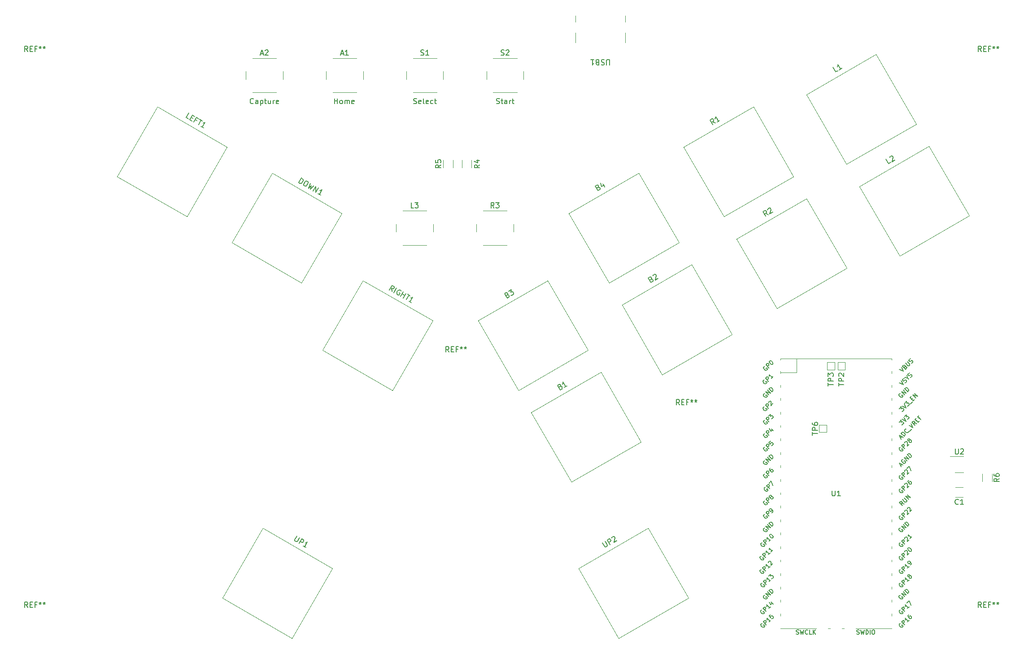
<source format=gto>
%TF.GenerationSoftware,KiCad,Pcbnew,7.0.2*%
%TF.CreationDate,2023-06-18T21:29:01+09:00*%
%TF.ProjectId,mana-board-kicad,6d616e61-2d62-46f6-9172-642d6b696361,rev?*%
%TF.SameCoordinates,Original*%
%TF.FileFunction,Legend,Top*%
%TF.FilePolarity,Positive*%
%FSLAX46Y46*%
G04 Gerber Fmt 4.6, Leading zero omitted, Abs format (unit mm)*
G04 Created by KiCad (PCBNEW 7.0.2) date 2023-06-18 21:29:01*
%MOMM*%
%LPD*%
G01*
G04 APERTURE LIST*
%ADD10C,0.150000*%
%ADD11C,0.120000*%
G04 APERTURE END LIST*
D10*
X137240952Y-50080000D02*
X137383809Y-50127619D01*
X137383809Y-50127619D02*
X137621904Y-50127619D01*
X137621904Y-50127619D02*
X137717142Y-50080000D01*
X137717142Y-50080000D02*
X137764761Y-50032380D01*
X137764761Y-50032380D02*
X137812380Y-49937142D01*
X137812380Y-49937142D02*
X137812380Y-49841904D01*
X137812380Y-49841904D02*
X137764761Y-49746666D01*
X137764761Y-49746666D02*
X137717142Y-49699047D01*
X137717142Y-49699047D02*
X137621904Y-49651428D01*
X137621904Y-49651428D02*
X137431428Y-49603809D01*
X137431428Y-49603809D02*
X137336190Y-49556190D01*
X137336190Y-49556190D02*
X137288571Y-49508571D01*
X137288571Y-49508571D02*
X137240952Y-49413333D01*
X137240952Y-49413333D02*
X137240952Y-49318095D01*
X137240952Y-49318095D02*
X137288571Y-49222857D01*
X137288571Y-49222857D02*
X137336190Y-49175238D01*
X137336190Y-49175238D02*
X137431428Y-49127619D01*
X137431428Y-49127619D02*
X137669523Y-49127619D01*
X137669523Y-49127619D02*
X137812380Y-49175238D01*
X138621904Y-50080000D02*
X138526666Y-50127619D01*
X138526666Y-50127619D02*
X138336190Y-50127619D01*
X138336190Y-50127619D02*
X138240952Y-50080000D01*
X138240952Y-50080000D02*
X138193333Y-49984761D01*
X138193333Y-49984761D02*
X138193333Y-49603809D01*
X138193333Y-49603809D02*
X138240952Y-49508571D01*
X138240952Y-49508571D02*
X138336190Y-49460952D01*
X138336190Y-49460952D02*
X138526666Y-49460952D01*
X138526666Y-49460952D02*
X138621904Y-49508571D01*
X138621904Y-49508571D02*
X138669523Y-49603809D01*
X138669523Y-49603809D02*
X138669523Y-49699047D01*
X138669523Y-49699047D02*
X138193333Y-49794285D01*
X139240952Y-50127619D02*
X139145714Y-50080000D01*
X139145714Y-50080000D02*
X139098095Y-49984761D01*
X139098095Y-49984761D02*
X139098095Y-49127619D01*
X140002857Y-50080000D02*
X139907619Y-50127619D01*
X139907619Y-50127619D02*
X139717143Y-50127619D01*
X139717143Y-50127619D02*
X139621905Y-50080000D01*
X139621905Y-50080000D02*
X139574286Y-49984761D01*
X139574286Y-49984761D02*
X139574286Y-49603809D01*
X139574286Y-49603809D02*
X139621905Y-49508571D01*
X139621905Y-49508571D02*
X139717143Y-49460952D01*
X139717143Y-49460952D02*
X139907619Y-49460952D01*
X139907619Y-49460952D02*
X140002857Y-49508571D01*
X140002857Y-49508571D02*
X140050476Y-49603809D01*
X140050476Y-49603809D02*
X140050476Y-49699047D01*
X140050476Y-49699047D02*
X139574286Y-49794285D01*
X140907619Y-50080000D02*
X140812381Y-50127619D01*
X140812381Y-50127619D02*
X140621905Y-50127619D01*
X140621905Y-50127619D02*
X140526667Y-50080000D01*
X140526667Y-50080000D02*
X140479048Y-50032380D01*
X140479048Y-50032380D02*
X140431429Y-49937142D01*
X140431429Y-49937142D02*
X140431429Y-49651428D01*
X140431429Y-49651428D02*
X140479048Y-49556190D01*
X140479048Y-49556190D02*
X140526667Y-49508571D01*
X140526667Y-49508571D02*
X140621905Y-49460952D01*
X140621905Y-49460952D02*
X140812381Y-49460952D01*
X140812381Y-49460952D02*
X140907619Y-49508571D01*
X141193334Y-49460952D02*
X141574286Y-49460952D01*
X141336191Y-49127619D02*
X141336191Y-49984761D01*
X141336191Y-49984761D02*
X141383810Y-50080000D01*
X141383810Y-50080000D02*
X141479048Y-50127619D01*
X141479048Y-50127619D02*
X141574286Y-50127619D01*
X122299167Y-50127619D02*
X122299167Y-49127619D01*
X122299167Y-49603809D02*
X122870595Y-49603809D01*
X122870595Y-50127619D02*
X122870595Y-49127619D01*
X123489643Y-50127619D02*
X123394405Y-50080000D01*
X123394405Y-50080000D02*
X123346786Y-50032380D01*
X123346786Y-50032380D02*
X123299167Y-49937142D01*
X123299167Y-49937142D02*
X123299167Y-49651428D01*
X123299167Y-49651428D02*
X123346786Y-49556190D01*
X123346786Y-49556190D02*
X123394405Y-49508571D01*
X123394405Y-49508571D02*
X123489643Y-49460952D01*
X123489643Y-49460952D02*
X123632500Y-49460952D01*
X123632500Y-49460952D02*
X123727738Y-49508571D01*
X123727738Y-49508571D02*
X123775357Y-49556190D01*
X123775357Y-49556190D02*
X123822976Y-49651428D01*
X123822976Y-49651428D02*
X123822976Y-49937142D01*
X123822976Y-49937142D02*
X123775357Y-50032380D01*
X123775357Y-50032380D02*
X123727738Y-50080000D01*
X123727738Y-50080000D02*
X123632500Y-50127619D01*
X123632500Y-50127619D02*
X123489643Y-50127619D01*
X124251548Y-50127619D02*
X124251548Y-49460952D01*
X124251548Y-49556190D02*
X124299167Y-49508571D01*
X124299167Y-49508571D02*
X124394405Y-49460952D01*
X124394405Y-49460952D02*
X124537262Y-49460952D01*
X124537262Y-49460952D02*
X124632500Y-49508571D01*
X124632500Y-49508571D02*
X124680119Y-49603809D01*
X124680119Y-49603809D02*
X124680119Y-50127619D01*
X124680119Y-49603809D02*
X124727738Y-49508571D01*
X124727738Y-49508571D02*
X124822976Y-49460952D01*
X124822976Y-49460952D02*
X124965833Y-49460952D01*
X124965833Y-49460952D02*
X125061072Y-49508571D01*
X125061072Y-49508571D02*
X125108691Y-49603809D01*
X125108691Y-49603809D02*
X125108691Y-50127619D01*
X125965833Y-50080000D02*
X125870595Y-50127619D01*
X125870595Y-50127619D02*
X125680119Y-50127619D01*
X125680119Y-50127619D02*
X125584881Y-50080000D01*
X125584881Y-50080000D02*
X125537262Y-49984761D01*
X125537262Y-49984761D02*
X125537262Y-49603809D01*
X125537262Y-49603809D02*
X125584881Y-49508571D01*
X125584881Y-49508571D02*
X125680119Y-49460952D01*
X125680119Y-49460952D02*
X125870595Y-49460952D01*
X125870595Y-49460952D02*
X125965833Y-49508571D01*
X125965833Y-49508571D02*
X126013452Y-49603809D01*
X126013452Y-49603809D02*
X126013452Y-49699047D01*
X126013452Y-49699047D02*
X125537262Y-49794285D01*
X107008570Y-50032380D02*
X106960951Y-50080000D01*
X106960951Y-50080000D02*
X106818094Y-50127619D01*
X106818094Y-50127619D02*
X106722856Y-50127619D01*
X106722856Y-50127619D02*
X106579999Y-50080000D01*
X106579999Y-50080000D02*
X106484761Y-49984761D01*
X106484761Y-49984761D02*
X106437142Y-49889523D01*
X106437142Y-49889523D02*
X106389523Y-49699047D01*
X106389523Y-49699047D02*
X106389523Y-49556190D01*
X106389523Y-49556190D02*
X106437142Y-49365714D01*
X106437142Y-49365714D02*
X106484761Y-49270476D01*
X106484761Y-49270476D02*
X106579999Y-49175238D01*
X106579999Y-49175238D02*
X106722856Y-49127619D01*
X106722856Y-49127619D02*
X106818094Y-49127619D01*
X106818094Y-49127619D02*
X106960951Y-49175238D01*
X106960951Y-49175238D02*
X107008570Y-49222857D01*
X107865713Y-50127619D02*
X107865713Y-49603809D01*
X107865713Y-49603809D02*
X107818094Y-49508571D01*
X107818094Y-49508571D02*
X107722856Y-49460952D01*
X107722856Y-49460952D02*
X107532380Y-49460952D01*
X107532380Y-49460952D02*
X107437142Y-49508571D01*
X107865713Y-50080000D02*
X107770475Y-50127619D01*
X107770475Y-50127619D02*
X107532380Y-50127619D01*
X107532380Y-50127619D02*
X107437142Y-50080000D01*
X107437142Y-50080000D02*
X107389523Y-49984761D01*
X107389523Y-49984761D02*
X107389523Y-49889523D01*
X107389523Y-49889523D02*
X107437142Y-49794285D01*
X107437142Y-49794285D02*
X107532380Y-49746666D01*
X107532380Y-49746666D02*
X107770475Y-49746666D01*
X107770475Y-49746666D02*
X107865713Y-49699047D01*
X108341904Y-49460952D02*
X108341904Y-50460952D01*
X108341904Y-49508571D02*
X108437142Y-49460952D01*
X108437142Y-49460952D02*
X108627618Y-49460952D01*
X108627618Y-49460952D02*
X108722856Y-49508571D01*
X108722856Y-49508571D02*
X108770475Y-49556190D01*
X108770475Y-49556190D02*
X108818094Y-49651428D01*
X108818094Y-49651428D02*
X108818094Y-49937142D01*
X108818094Y-49937142D02*
X108770475Y-50032380D01*
X108770475Y-50032380D02*
X108722856Y-50080000D01*
X108722856Y-50080000D02*
X108627618Y-50127619D01*
X108627618Y-50127619D02*
X108437142Y-50127619D01*
X108437142Y-50127619D02*
X108341904Y-50080000D01*
X109103809Y-49460952D02*
X109484761Y-49460952D01*
X109246666Y-49127619D02*
X109246666Y-49984761D01*
X109246666Y-49984761D02*
X109294285Y-50080000D01*
X109294285Y-50080000D02*
X109389523Y-50127619D01*
X109389523Y-50127619D02*
X109484761Y-50127619D01*
X110246666Y-49460952D02*
X110246666Y-50127619D01*
X109818095Y-49460952D02*
X109818095Y-49984761D01*
X109818095Y-49984761D02*
X109865714Y-50080000D01*
X109865714Y-50080000D02*
X109960952Y-50127619D01*
X109960952Y-50127619D02*
X110103809Y-50127619D01*
X110103809Y-50127619D02*
X110199047Y-50080000D01*
X110199047Y-50080000D02*
X110246666Y-50032380D01*
X110722857Y-50127619D02*
X110722857Y-49460952D01*
X110722857Y-49651428D02*
X110770476Y-49556190D01*
X110770476Y-49556190D02*
X110818095Y-49508571D01*
X110818095Y-49508571D02*
X110913333Y-49460952D01*
X110913333Y-49460952D02*
X111008571Y-49460952D01*
X111722857Y-50080000D02*
X111627619Y-50127619D01*
X111627619Y-50127619D02*
X111437143Y-50127619D01*
X111437143Y-50127619D02*
X111341905Y-50080000D01*
X111341905Y-50080000D02*
X111294286Y-49984761D01*
X111294286Y-49984761D02*
X111294286Y-49603809D01*
X111294286Y-49603809D02*
X111341905Y-49508571D01*
X111341905Y-49508571D02*
X111437143Y-49460952D01*
X111437143Y-49460952D02*
X111627619Y-49460952D01*
X111627619Y-49460952D02*
X111722857Y-49508571D01*
X111722857Y-49508571D02*
X111770476Y-49603809D01*
X111770476Y-49603809D02*
X111770476Y-49699047D01*
X111770476Y-49699047D02*
X111294286Y-49794285D01*
X152880952Y-50080000D02*
X153023809Y-50127619D01*
X153023809Y-50127619D02*
X153261904Y-50127619D01*
X153261904Y-50127619D02*
X153357142Y-50080000D01*
X153357142Y-50080000D02*
X153404761Y-50032380D01*
X153404761Y-50032380D02*
X153452380Y-49937142D01*
X153452380Y-49937142D02*
X153452380Y-49841904D01*
X153452380Y-49841904D02*
X153404761Y-49746666D01*
X153404761Y-49746666D02*
X153357142Y-49699047D01*
X153357142Y-49699047D02*
X153261904Y-49651428D01*
X153261904Y-49651428D02*
X153071428Y-49603809D01*
X153071428Y-49603809D02*
X152976190Y-49556190D01*
X152976190Y-49556190D02*
X152928571Y-49508571D01*
X152928571Y-49508571D02*
X152880952Y-49413333D01*
X152880952Y-49413333D02*
X152880952Y-49318095D01*
X152880952Y-49318095D02*
X152928571Y-49222857D01*
X152928571Y-49222857D02*
X152976190Y-49175238D01*
X152976190Y-49175238D02*
X153071428Y-49127619D01*
X153071428Y-49127619D02*
X153309523Y-49127619D01*
X153309523Y-49127619D02*
X153452380Y-49175238D01*
X153738095Y-49460952D02*
X154119047Y-49460952D01*
X153880952Y-49127619D02*
X153880952Y-49984761D01*
X153880952Y-49984761D02*
X153928571Y-50080000D01*
X153928571Y-50080000D02*
X154023809Y-50127619D01*
X154023809Y-50127619D02*
X154119047Y-50127619D01*
X154880952Y-50127619D02*
X154880952Y-49603809D01*
X154880952Y-49603809D02*
X154833333Y-49508571D01*
X154833333Y-49508571D02*
X154738095Y-49460952D01*
X154738095Y-49460952D02*
X154547619Y-49460952D01*
X154547619Y-49460952D02*
X154452381Y-49508571D01*
X154880952Y-50080000D02*
X154785714Y-50127619D01*
X154785714Y-50127619D02*
X154547619Y-50127619D01*
X154547619Y-50127619D02*
X154452381Y-50080000D01*
X154452381Y-50080000D02*
X154404762Y-49984761D01*
X154404762Y-49984761D02*
X154404762Y-49889523D01*
X154404762Y-49889523D02*
X154452381Y-49794285D01*
X154452381Y-49794285D02*
X154547619Y-49746666D01*
X154547619Y-49746666D02*
X154785714Y-49746666D01*
X154785714Y-49746666D02*
X154880952Y-49699047D01*
X155357143Y-50127619D02*
X155357143Y-49460952D01*
X155357143Y-49651428D02*
X155404762Y-49556190D01*
X155404762Y-49556190D02*
X155452381Y-49508571D01*
X155452381Y-49508571D02*
X155547619Y-49460952D01*
X155547619Y-49460952D02*
X155642857Y-49460952D01*
X155833334Y-49460952D02*
X156214286Y-49460952D01*
X155976191Y-49127619D02*
X155976191Y-49984761D01*
X155976191Y-49984761D02*
X156023810Y-50080000D01*
X156023810Y-50080000D02*
X156119048Y-50127619D01*
X156119048Y-50127619D02*
X156214286Y-50127619D01*
%TO.C,REF\u002A\u002A*%
X143916666Y-97012619D02*
X143583333Y-96536428D01*
X143345238Y-97012619D02*
X143345238Y-96012619D01*
X143345238Y-96012619D02*
X143726190Y-96012619D01*
X143726190Y-96012619D02*
X143821428Y-96060238D01*
X143821428Y-96060238D02*
X143869047Y-96107857D01*
X143869047Y-96107857D02*
X143916666Y-96203095D01*
X143916666Y-96203095D02*
X143916666Y-96345952D01*
X143916666Y-96345952D02*
X143869047Y-96441190D01*
X143869047Y-96441190D02*
X143821428Y-96488809D01*
X143821428Y-96488809D02*
X143726190Y-96536428D01*
X143726190Y-96536428D02*
X143345238Y-96536428D01*
X144345238Y-96488809D02*
X144678571Y-96488809D01*
X144821428Y-97012619D02*
X144345238Y-97012619D01*
X144345238Y-97012619D02*
X144345238Y-96012619D01*
X144345238Y-96012619D02*
X144821428Y-96012619D01*
X145583333Y-96488809D02*
X145250000Y-96488809D01*
X145250000Y-97012619D02*
X145250000Y-96012619D01*
X145250000Y-96012619D02*
X145726190Y-96012619D01*
X146250000Y-96012619D02*
X146250000Y-96250714D01*
X146011905Y-96155476D02*
X146250000Y-96250714D01*
X146250000Y-96250714D02*
X146488095Y-96155476D01*
X146107143Y-96441190D02*
X146250000Y-96250714D01*
X146250000Y-96250714D02*
X146392857Y-96441190D01*
X147011905Y-96012619D02*
X147011905Y-96250714D01*
X146773810Y-96155476D02*
X147011905Y-96250714D01*
X147011905Y-96250714D02*
X147250000Y-96155476D01*
X146869048Y-96441190D02*
X147011905Y-96250714D01*
X147011905Y-96250714D02*
X147154762Y-96441190D01*
X187416666Y-107012619D02*
X187083333Y-106536428D01*
X186845238Y-107012619D02*
X186845238Y-106012619D01*
X186845238Y-106012619D02*
X187226190Y-106012619D01*
X187226190Y-106012619D02*
X187321428Y-106060238D01*
X187321428Y-106060238D02*
X187369047Y-106107857D01*
X187369047Y-106107857D02*
X187416666Y-106203095D01*
X187416666Y-106203095D02*
X187416666Y-106345952D01*
X187416666Y-106345952D02*
X187369047Y-106441190D01*
X187369047Y-106441190D02*
X187321428Y-106488809D01*
X187321428Y-106488809D02*
X187226190Y-106536428D01*
X187226190Y-106536428D02*
X186845238Y-106536428D01*
X187845238Y-106488809D02*
X188178571Y-106488809D01*
X188321428Y-107012619D02*
X187845238Y-107012619D01*
X187845238Y-107012619D02*
X187845238Y-106012619D01*
X187845238Y-106012619D02*
X188321428Y-106012619D01*
X189083333Y-106488809D02*
X188750000Y-106488809D01*
X188750000Y-107012619D02*
X188750000Y-106012619D01*
X188750000Y-106012619D02*
X189226190Y-106012619D01*
X189750000Y-106012619D02*
X189750000Y-106250714D01*
X189511905Y-106155476D02*
X189750000Y-106250714D01*
X189750000Y-106250714D02*
X189988095Y-106155476D01*
X189607143Y-106441190D02*
X189750000Y-106250714D01*
X189750000Y-106250714D02*
X189892857Y-106441190D01*
X190511905Y-106012619D02*
X190511905Y-106250714D01*
X190273810Y-106155476D02*
X190511905Y-106250714D01*
X190511905Y-106250714D02*
X190750000Y-106155476D01*
X190369048Y-106441190D02*
X190511905Y-106250714D01*
X190511905Y-106250714D02*
X190654762Y-106441190D01*
X64416666Y-145262619D02*
X64083333Y-144786428D01*
X63845238Y-145262619D02*
X63845238Y-144262619D01*
X63845238Y-144262619D02*
X64226190Y-144262619D01*
X64226190Y-144262619D02*
X64321428Y-144310238D01*
X64321428Y-144310238D02*
X64369047Y-144357857D01*
X64369047Y-144357857D02*
X64416666Y-144453095D01*
X64416666Y-144453095D02*
X64416666Y-144595952D01*
X64416666Y-144595952D02*
X64369047Y-144691190D01*
X64369047Y-144691190D02*
X64321428Y-144738809D01*
X64321428Y-144738809D02*
X64226190Y-144786428D01*
X64226190Y-144786428D02*
X63845238Y-144786428D01*
X64845238Y-144738809D02*
X65178571Y-144738809D01*
X65321428Y-145262619D02*
X64845238Y-145262619D01*
X64845238Y-145262619D02*
X64845238Y-144262619D01*
X64845238Y-144262619D02*
X65321428Y-144262619D01*
X66083333Y-144738809D02*
X65750000Y-144738809D01*
X65750000Y-145262619D02*
X65750000Y-144262619D01*
X65750000Y-144262619D02*
X66226190Y-144262619D01*
X66750000Y-144262619D02*
X66750000Y-144500714D01*
X66511905Y-144405476D02*
X66750000Y-144500714D01*
X66750000Y-144500714D02*
X66988095Y-144405476D01*
X66607143Y-144691190D02*
X66750000Y-144500714D01*
X66750000Y-144500714D02*
X66892857Y-144691190D01*
X67511905Y-144262619D02*
X67511905Y-144500714D01*
X67273810Y-144405476D02*
X67511905Y-144500714D01*
X67511905Y-144500714D02*
X67750000Y-144405476D01*
X67369048Y-144691190D02*
X67511905Y-144500714D01*
X67511905Y-144500714D02*
X67654762Y-144691190D01*
X244416666Y-145262619D02*
X244083333Y-144786428D01*
X243845238Y-145262619D02*
X243845238Y-144262619D01*
X243845238Y-144262619D02*
X244226190Y-144262619D01*
X244226190Y-144262619D02*
X244321428Y-144310238D01*
X244321428Y-144310238D02*
X244369047Y-144357857D01*
X244369047Y-144357857D02*
X244416666Y-144453095D01*
X244416666Y-144453095D02*
X244416666Y-144595952D01*
X244416666Y-144595952D02*
X244369047Y-144691190D01*
X244369047Y-144691190D02*
X244321428Y-144738809D01*
X244321428Y-144738809D02*
X244226190Y-144786428D01*
X244226190Y-144786428D02*
X243845238Y-144786428D01*
X244845238Y-144738809D02*
X245178571Y-144738809D01*
X245321428Y-145262619D02*
X244845238Y-145262619D01*
X244845238Y-145262619D02*
X244845238Y-144262619D01*
X244845238Y-144262619D02*
X245321428Y-144262619D01*
X246083333Y-144738809D02*
X245750000Y-144738809D01*
X245750000Y-145262619D02*
X245750000Y-144262619D01*
X245750000Y-144262619D02*
X246226190Y-144262619D01*
X246750000Y-144262619D02*
X246750000Y-144500714D01*
X246511905Y-144405476D02*
X246750000Y-144500714D01*
X246750000Y-144500714D02*
X246988095Y-144405476D01*
X246607143Y-144691190D02*
X246750000Y-144500714D01*
X246750000Y-144500714D02*
X246892857Y-144691190D01*
X247511905Y-144262619D02*
X247511905Y-144500714D01*
X247273810Y-144405476D02*
X247511905Y-144500714D01*
X247511905Y-144500714D02*
X247750000Y-144405476D01*
X247369048Y-144691190D02*
X247511905Y-144500714D01*
X247511905Y-144500714D02*
X247654762Y-144691190D01*
X244416666Y-40262619D02*
X244083333Y-39786428D01*
X243845238Y-40262619D02*
X243845238Y-39262619D01*
X243845238Y-39262619D02*
X244226190Y-39262619D01*
X244226190Y-39262619D02*
X244321428Y-39310238D01*
X244321428Y-39310238D02*
X244369047Y-39357857D01*
X244369047Y-39357857D02*
X244416666Y-39453095D01*
X244416666Y-39453095D02*
X244416666Y-39595952D01*
X244416666Y-39595952D02*
X244369047Y-39691190D01*
X244369047Y-39691190D02*
X244321428Y-39738809D01*
X244321428Y-39738809D02*
X244226190Y-39786428D01*
X244226190Y-39786428D02*
X243845238Y-39786428D01*
X244845238Y-39738809D02*
X245178571Y-39738809D01*
X245321428Y-40262619D02*
X244845238Y-40262619D01*
X244845238Y-40262619D02*
X244845238Y-39262619D01*
X244845238Y-39262619D02*
X245321428Y-39262619D01*
X246083333Y-39738809D02*
X245750000Y-39738809D01*
X245750000Y-40262619D02*
X245750000Y-39262619D01*
X245750000Y-39262619D02*
X246226190Y-39262619D01*
X246750000Y-39262619D02*
X246750000Y-39500714D01*
X246511905Y-39405476D02*
X246750000Y-39500714D01*
X246750000Y-39500714D02*
X246988095Y-39405476D01*
X246607143Y-39691190D02*
X246750000Y-39500714D01*
X246750000Y-39500714D02*
X246892857Y-39691190D01*
X247511905Y-39262619D02*
X247511905Y-39500714D01*
X247273810Y-39405476D02*
X247511905Y-39500714D01*
X247511905Y-39500714D02*
X247750000Y-39405476D01*
X247369048Y-39691190D02*
X247511905Y-39500714D01*
X247511905Y-39500714D02*
X247654762Y-39691190D01*
X64416666Y-40262619D02*
X64083333Y-39786428D01*
X63845238Y-40262619D02*
X63845238Y-39262619D01*
X63845238Y-39262619D02*
X64226190Y-39262619D01*
X64226190Y-39262619D02*
X64321428Y-39310238D01*
X64321428Y-39310238D02*
X64369047Y-39357857D01*
X64369047Y-39357857D02*
X64416666Y-39453095D01*
X64416666Y-39453095D02*
X64416666Y-39595952D01*
X64416666Y-39595952D02*
X64369047Y-39691190D01*
X64369047Y-39691190D02*
X64321428Y-39738809D01*
X64321428Y-39738809D02*
X64226190Y-39786428D01*
X64226190Y-39786428D02*
X63845238Y-39786428D01*
X64845238Y-39738809D02*
X65178571Y-39738809D01*
X65321428Y-40262619D02*
X64845238Y-40262619D01*
X64845238Y-40262619D02*
X64845238Y-39262619D01*
X64845238Y-39262619D02*
X65321428Y-39262619D01*
X66083333Y-39738809D02*
X65750000Y-39738809D01*
X65750000Y-40262619D02*
X65750000Y-39262619D01*
X65750000Y-39262619D02*
X66226190Y-39262619D01*
X66750000Y-39262619D02*
X66750000Y-39500714D01*
X66511905Y-39405476D02*
X66750000Y-39500714D01*
X66750000Y-39500714D02*
X66988095Y-39405476D01*
X66607143Y-39691190D02*
X66750000Y-39500714D01*
X66750000Y-39500714D02*
X66892857Y-39691190D01*
X67511905Y-39262619D02*
X67511905Y-39500714D01*
X67273810Y-39405476D02*
X67511905Y-39500714D01*
X67511905Y-39500714D02*
X67750000Y-39405476D01*
X67369048Y-39691190D02*
X67511905Y-39500714D01*
X67511905Y-39500714D02*
X67654762Y-39691190D01*
%TO.C,B1*%
X164916965Y-103551312D02*
X165064492Y-103521122D01*
X165064492Y-103521122D02*
X165129541Y-103538552D01*
X165129541Y-103538552D02*
X165218399Y-103597221D01*
X165218399Y-103597221D02*
X165289828Y-103720939D01*
X165289828Y-103720939D02*
X165296208Y-103827227D01*
X165296208Y-103827227D02*
X165278778Y-103892276D01*
X165278778Y-103892276D02*
X165220109Y-103981135D01*
X165220109Y-103981135D02*
X164890194Y-104171611D01*
X164890194Y-104171611D02*
X164390194Y-103305585D01*
X164390194Y-103305585D02*
X164678869Y-103138919D01*
X164678869Y-103138919D02*
X164785157Y-103132539D01*
X164785157Y-103132539D02*
X164850206Y-103149969D01*
X164850206Y-103149969D02*
X164939065Y-103208638D01*
X164939065Y-103208638D02*
X164986684Y-103291116D01*
X164986684Y-103291116D02*
X164993063Y-103397405D01*
X164993063Y-103397405D02*
X164975634Y-103462453D01*
X164975634Y-103462453D02*
X164916965Y-103551312D01*
X164916965Y-103551312D02*
X164628289Y-103717978D01*
X166209852Y-103409706D02*
X165714980Y-103695420D01*
X165962416Y-103552563D02*
X165462416Y-102686538D01*
X165462416Y-102686538D02*
X165451366Y-102857875D01*
X165451366Y-102857875D02*
X165416507Y-102987972D01*
X165416507Y-102987972D02*
X165357837Y-103076831D01*
%TO.C,C1*%
X240083333Y-125717380D02*
X240035714Y-125765000D01*
X240035714Y-125765000D02*
X239892857Y-125812619D01*
X239892857Y-125812619D02*
X239797619Y-125812619D01*
X239797619Y-125812619D02*
X239654762Y-125765000D01*
X239654762Y-125765000D02*
X239559524Y-125669761D01*
X239559524Y-125669761D02*
X239511905Y-125574523D01*
X239511905Y-125574523D02*
X239464286Y-125384047D01*
X239464286Y-125384047D02*
X239464286Y-125241190D01*
X239464286Y-125241190D02*
X239511905Y-125050714D01*
X239511905Y-125050714D02*
X239559524Y-124955476D01*
X239559524Y-124955476D02*
X239654762Y-124860238D01*
X239654762Y-124860238D02*
X239797619Y-124812619D01*
X239797619Y-124812619D02*
X239892857Y-124812619D01*
X239892857Y-124812619D02*
X240035714Y-124860238D01*
X240035714Y-124860238D02*
X240083333Y-124907857D01*
X241035714Y-125812619D02*
X240464286Y-125812619D01*
X240750000Y-125812619D02*
X240750000Y-124812619D01*
X240750000Y-124812619D02*
X240654762Y-124955476D01*
X240654762Y-124955476D02*
X240559524Y-125050714D01*
X240559524Y-125050714D02*
X240464286Y-125098333D01*
%TO.C,B3*%
X154916966Y-86230805D02*
X155064493Y-86200615D01*
X155064493Y-86200615D02*
X155129542Y-86218045D01*
X155129542Y-86218045D02*
X155218400Y-86276714D01*
X155218400Y-86276714D02*
X155289829Y-86400432D01*
X155289829Y-86400432D02*
X155296209Y-86506720D01*
X155296209Y-86506720D02*
X155278779Y-86571769D01*
X155278779Y-86571769D02*
X155220110Y-86660628D01*
X155220110Y-86660628D02*
X154890195Y-86851104D01*
X154890195Y-86851104D02*
X154390195Y-85985078D01*
X154390195Y-85985078D02*
X154678870Y-85818412D01*
X154678870Y-85818412D02*
X154785158Y-85812032D01*
X154785158Y-85812032D02*
X154850207Y-85829462D01*
X154850207Y-85829462D02*
X154939066Y-85888131D01*
X154939066Y-85888131D02*
X154986685Y-85970609D01*
X154986685Y-85970609D02*
X154993064Y-86076898D01*
X154993064Y-86076898D02*
X154975635Y-86141946D01*
X154975635Y-86141946D02*
X154916966Y-86230805D01*
X154916966Y-86230805D02*
X154628290Y-86397471D01*
X155173742Y-85532697D02*
X155709853Y-85223174D01*
X155709853Y-85223174D02*
X155611654Y-85719755D01*
X155611654Y-85719755D02*
X155735372Y-85648326D01*
X155735372Y-85648326D02*
X155841660Y-85641946D01*
X155841660Y-85641946D02*
X155906709Y-85659376D01*
X155906709Y-85659376D02*
X155995567Y-85718045D01*
X155995567Y-85718045D02*
X156114615Y-85924242D01*
X156114615Y-85924242D02*
X156120995Y-86030530D01*
X156120995Y-86030530D02*
X156103565Y-86095579D01*
X156103565Y-86095579D02*
X156044896Y-86184437D01*
X156044896Y-86184437D02*
X155797460Y-86327294D01*
X155797460Y-86327294D02*
X155691172Y-86333674D01*
X155691172Y-86333674D02*
X155626123Y-86316244D01*
%TO.C,R4*%
X149712619Y-61666666D02*
X149236428Y-61999999D01*
X149712619Y-62238094D02*
X148712619Y-62238094D01*
X148712619Y-62238094D02*
X148712619Y-61857142D01*
X148712619Y-61857142D02*
X148760238Y-61761904D01*
X148760238Y-61761904D02*
X148807857Y-61714285D01*
X148807857Y-61714285D02*
X148903095Y-61666666D01*
X148903095Y-61666666D02*
X149045952Y-61666666D01*
X149045952Y-61666666D02*
X149141190Y-61714285D01*
X149141190Y-61714285D02*
X149188809Y-61761904D01*
X149188809Y-61761904D02*
X149236428Y-61857142D01*
X149236428Y-61857142D02*
X149236428Y-62238094D01*
X149045952Y-60809523D02*
X149712619Y-60809523D01*
X148665000Y-61047618D02*
X149379285Y-61285713D01*
X149379285Y-61285713D02*
X149379285Y-60666666D01*
%TO.C,TP6*%
X212514619Y-112731904D02*
X212514619Y-112160476D01*
X213514619Y-112446190D02*
X212514619Y-112446190D01*
X213514619Y-111827142D02*
X212514619Y-111827142D01*
X212514619Y-111827142D02*
X212514619Y-111446190D01*
X212514619Y-111446190D02*
X212562238Y-111350952D01*
X212562238Y-111350952D02*
X212609857Y-111303333D01*
X212609857Y-111303333D02*
X212705095Y-111255714D01*
X212705095Y-111255714D02*
X212847952Y-111255714D01*
X212847952Y-111255714D02*
X212943190Y-111303333D01*
X212943190Y-111303333D02*
X212990809Y-111350952D01*
X212990809Y-111350952D02*
X213038428Y-111446190D01*
X213038428Y-111446190D02*
X213038428Y-111827142D01*
X212514619Y-110398571D02*
X212514619Y-110589047D01*
X212514619Y-110589047D02*
X212562238Y-110684285D01*
X212562238Y-110684285D02*
X212609857Y-110731904D01*
X212609857Y-110731904D02*
X212752714Y-110827142D01*
X212752714Y-110827142D02*
X212943190Y-110874761D01*
X212943190Y-110874761D02*
X213324142Y-110874761D01*
X213324142Y-110874761D02*
X213419380Y-110827142D01*
X213419380Y-110827142D02*
X213467000Y-110779523D01*
X213467000Y-110779523D02*
X213514619Y-110684285D01*
X213514619Y-110684285D02*
X213514619Y-110493809D01*
X213514619Y-110493809D02*
X213467000Y-110398571D01*
X213467000Y-110398571D02*
X213419380Y-110350952D01*
X213419380Y-110350952D02*
X213324142Y-110303333D01*
X213324142Y-110303333D02*
X213086047Y-110303333D01*
X213086047Y-110303333D02*
X212990809Y-110350952D01*
X212990809Y-110350952D02*
X212943190Y-110398571D01*
X212943190Y-110398571D02*
X212895571Y-110493809D01*
X212895571Y-110493809D02*
X212895571Y-110684285D01*
X212895571Y-110684285D02*
X212943190Y-110779523D01*
X212943190Y-110779523D02*
X212990809Y-110827142D01*
X212990809Y-110827142D02*
X213086047Y-110874761D01*
%TO.C,S1*%
X138598095Y-40915000D02*
X138740952Y-40962619D01*
X138740952Y-40962619D02*
X138979047Y-40962619D01*
X138979047Y-40962619D02*
X139074285Y-40915000D01*
X139074285Y-40915000D02*
X139121904Y-40867380D01*
X139121904Y-40867380D02*
X139169523Y-40772142D01*
X139169523Y-40772142D02*
X139169523Y-40676904D01*
X139169523Y-40676904D02*
X139121904Y-40581666D01*
X139121904Y-40581666D02*
X139074285Y-40534047D01*
X139074285Y-40534047D02*
X138979047Y-40486428D01*
X138979047Y-40486428D02*
X138788571Y-40438809D01*
X138788571Y-40438809D02*
X138693333Y-40391190D01*
X138693333Y-40391190D02*
X138645714Y-40343571D01*
X138645714Y-40343571D02*
X138598095Y-40248333D01*
X138598095Y-40248333D02*
X138598095Y-40153095D01*
X138598095Y-40153095D02*
X138645714Y-40057857D01*
X138645714Y-40057857D02*
X138693333Y-40010238D01*
X138693333Y-40010238D02*
X138788571Y-39962619D01*
X138788571Y-39962619D02*
X139026666Y-39962619D01*
X139026666Y-39962619D02*
X139169523Y-40010238D01*
X140121904Y-40962619D02*
X139550476Y-40962619D01*
X139836190Y-40962619D02*
X139836190Y-39962619D01*
X139836190Y-39962619D02*
X139740952Y-40105476D01*
X139740952Y-40105476D02*
X139645714Y-40200714D01*
X139645714Y-40200714D02*
X139550476Y-40248333D01*
%TO.C,R6*%
X247782619Y-120916666D02*
X247306428Y-121249999D01*
X247782619Y-121488094D02*
X246782619Y-121488094D01*
X246782619Y-121488094D02*
X246782619Y-121107142D01*
X246782619Y-121107142D02*
X246830238Y-121011904D01*
X246830238Y-121011904D02*
X246877857Y-120964285D01*
X246877857Y-120964285D02*
X246973095Y-120916666D01*
X246973095Y-120916666D02*
X247115952Y-120916666D01*
X247115952Y-120916666D02*
X247211190Y-120964285D01*
X247211190Y-120964285D02*
X247258809Y-121011904D01*
X247258809Y-121011904D02*
X247306428Y-121107142D01*
X247306428Y-121107142D02*
X247306428Y-121488094D01*
X246782619Y-120059523D02*
X246782619Y-120249999D01*
X246782619Y-120249999D02*
X246830238Y-120345237D01*
X246830238Y-120345237D02*
X246877857Y-120392856D01*
X246877857Y-120392856D02*
X247020714Y-120488094D01*
X247020714Y-120488094D02*
X247211190Y-120535713D01*
X247211190Y-120535713D02*
X247592142Y-120535713D01*
X247592142Y-120535713D02*
X247687380Y-120488094D01*
X247687380Y-120488094D02*
X247735000Y-120440475D01*
X247735000Y-120440475D02*
X247782619Y-120345237D01*
X247782619Y-120345237D02*
X247782619Y-120154761D01*
X247782619Y-120154761D02*
X247735000Y-120059523D01*
X247735000Y-120059523D02*
X247687380Y-120011904D01*
X247687380Y-120011904D02*
X247592142Y-119964285D01*
X247592142Y-119964285D02*
X247354047Y-119964285D01*
X247354047Y-119964285D02*
X247258809Y-120011904D01*
X247258809Y-120011904D02*
X247211190Y-120059523D01*
X247211190Y-120059523D02*
X247163571Y-120154761D01*
X247163571Y-120154761D02*
X247163571Y-120345237D01*
X247163571Y-120345237D02*
X247211190Y-120440475D01*
X247211190Y-120440475D02*
X247258809Y-120488094D01*
X247258809Y-120488094D02*
X247354047Y-120535713D01*
%TO.C,S2*%
X153738095Y-40915000D02*
X153880952Y-40962619D01*
X153880952Y-40962619D02*
X154119047Y-40962619D01*
X154119047Y-40962619D02*
X154214285Y-40915000D01*
X154214285Y-40915000D02*
X154261904Y-40867380D01*
X154261904Y-40867380D02*
X154309523Y-40772142D01*
X154309523Y-40772142D02*
X154309523Y-40676904D01*
X154309523Y-40676904D02*
X154261904Y-40581666D01*
X154261904Y-40581666D02*
X154214285Y-40534047D01*
X154214285Y-40534047D02*
X154119047Y-40486428D01*
X154119047Y-40486428D02*
X153928571Y-40438809D01*
X153928571Y-40438809D02*
X153833333Y-40391190D01*
X153833333Y-40391190D02*
X153785714Y-40343571D01*
X153785714Y-40343571D02*
X153738095Y-40248333D01*
X153738095Y-40248333D02*
X153738095Y-40153095D01*
X153738095Y-40153095D02*
X153785714Y-40057857D01*
X153785714Y-40057857D02*
X153833333Y-40010238D01*
X153833333Y-40010238D02*
X153928571Y-39962619D01*
X153928571Y-39962619D02*
X154166666Y-39962619D01*
X154166666Y-39962619D02*
X154309523Y-40010238D01*
X154690476Y-40057857D02*
X154738095Y-40010238D01*
X154738095Y-40010238D02*
X154833333Y-39962619D01*
X154833333Y-39962619D02*
X155071428Y-39962619D01*
X155071428Y-39962619D02*
X155166666Y-40010238D01*
X155166666Y-40010238D02*
X155214285Y-40057857D01*
X155214285Y-40057857D02*
X155261904Y-40153095D01*
X155261904Y-40153095D02*
X155261904Y-40248333D01*
X155261904Y-40248333D02*
X155214285Y-40391190D01*
X155214285Y-40391190D02*
X154642857Y-40962619D01*
X154642857Y-40962619D02*
X155261904Y-40962619D01*
%TO.C,B4*%
X172067600Y-65936575D02*
X172215127Y-65906385D01*
X172215127Y-65906385D02*
X172280176Y-65923815D01*
X172280176Y-65923815D02*
X172369034Y-65982484D01*
X172369034Y-65982484D02*
X172440463Y-66106202D01*
X172440463Y-66106202D02*
X172446843Y-66212490D01*
X172446843Y-66212490D02*
X172429413Y-66277539D01*
X172429413Y-66277539D02*
X172370744Y-66366398D01*
X172370744Y-66366398D02*
X172040829Y-66556874D01*
X172040829Y-66556874D02*
X171540829Y-65690848D01*
X171540829Y-65690848D02*
X171829504Y-65524182D01*
X171829504Y-65524182D02*
X171935792Y-65517802D01*
X171935792Y-65517802D02*
X172000841Y-65535232D01*
X172000841Y-65535232D02*
X172089700Y-65593901D01*
X172089700Y-65593901D02*
X172137319Y-65676379D01*
X172137319Y-65676379D02*
X172143698Y-65782668D01*
X172143698Y-65782668D02*
X172126269Y-65847716D01*
X172126269Y-65847716D02*
X172067600Y-65936575D01*
X172067600Y-65936575D02*
X171778924Y-66103241D01*
X172944675Y-65265238D02*
X173278008Y-65842588D01*
X172548002Y-65054371D02*
X172698949Y-65792008D01*
X172698949Y-65792008D02*
X173235060Y-65482484D01*
%TO.C,U1*%
X216238095Y-123212619D02*
X216238095Y-124022142D01*
X216238095Y-124022142D02*
X216285714Y-124117380D01*
X216285714Y-124117380D02*
X216333333Y-124165000D01*
X216333333Y-124165000D02*
X216428571Y-124212619D01*
X216428571Y-124212619D02*
X216619047Y-124212619D01*
X216619047Y-124212619D02*
X216714285Y-124165000D01*
X216714285Y-124165000D02*
X216761904Y-124117380D01*
X216761904Y-124117380D02*
X216809523Y-124022142D01*
X216809523Y-124022142D02*
X216809523Y-123212619D01*
X217809523Y-124212619D02*
X217238095Y-124212619D01*
X217523809Y-124212619D02*
X217523809Y-123212619D01*
X217523809Y-123212619D02*
X217428571Y-123355476D01*
X217428571Y-123355476D02*
X217333333Y-123450714D01*
X217333333Y-123450714D02*
X217238095Y-123498333D01*
X203418888Y-102277009D02*
X203338075Y-102303946D01*
X203338075Y-102303946D02*
X203257263Y-102384759D01*
X203257263Y-102384759D02*
X203203388Y-102492508D01*
X203203388Y-102492508D02*
X203203388Y-102600258D01*
X203203388Y-102600258D02*
X203230326Y-102681070D01*
X203230326Y-102681070D02*
X203311138Y-102815757D01*
X203311138Y-102815757D02*
X203391950Y-102896569D01*
X203391950Y-102896569D02*
X203526637Y-102977382D01*
X203526637Y-102977382D02*
X203607449Y-103004319D01*
X203607449Y-103004319D02*
X203715199Y-103004319D01*
X203715199Y-103004319D02*
X203822949Y-102950444D01*
X203822949Y-102950444D02*
X203876823Y-102896569D01*
X203876823Y-102896569D02*
X203930698Y-102788820D01*
X203930698Y-102788820D02*
X203930698Y-102734945D01*
X203930698Y-102734945D02*
X203742136Y-102546383D01*
X203742136Y-102546383D02*
X203634387Y-102654133D01*
X204227010Y-102546383D02*
X203661324Y-101980698D01*
X203661324Y-101980698D02*
X203876823Y-101765198D01*
X203876823Y-101765198D02*
X203957636Y-101738261D01*
X203957636Y-101738261D02*
X204011510Y-101738261D01*
X204011510Y-101738261D02*
X204092323Y-101765198D01*
X204092323Y-101765198D02*
X204173135Y-101846011D01*
X204173135Y-101846011D02*
X204200072Y-101926823D01*
X204200072Y-101926823D02*
X204200072Y-101980698D01*
X204200072Y-101980698D02*
X204173135Y-102061510D01*
X204173135Y-102061510D02*
X203957636Y-102277009D01*
X205089006Y-101684386D02*
X204765758Y-102007635D01*
X204927382Y-101846011D02*
X204361697Y-101280325D01*
X204361697Y-101280325D02*
X204388634Y-101415012D01*
X204388634Y-101415012D02*
X204388634Y-101522762D01*
X204388634Y-101522762D02*
X204361697Y-101603574D01*
X203491950Y-104853946D02*
X203411138Y-104880884D01*
X203411138Y-104880884D02*
X203330326Y-104961696D01*
X203330326Y-104961696D02*
X203276451Y-105069446D01*
X203276451Y-105069446D02*
X203276451Y-105177195D01*
X203276451Y-105177195D02*
X203303389Y-105258007D01*
X203303389Y-105258007D02*
X203384201Y-105392694D01*
X203384201Y-105392694D02*
X203465013Y-105473507D01*
X203465013Y-105473507D02*
X203599700Y-105554319D01*
X203599700Y-105554319D02*
X203680512Y-105581256D01*
X203680512Y-105581256D02*
X203788262Y-105581256D01*
X203788262Y-105581256D02*
X203896011Y-105527381D01*
X203896011Y-105527381D02*
X203949886Y-105473507D01*
X203949886Y-105473507D02*
X204003761Y-105365757D01*
X204003761Y-105365757D02*
X204003761Y-105311882D01*
X204003761Y-105311882D02*
X203815199Y-105123320D01*
X203815199Y-105123320D02*
X203707450Y-105231070D01*
X204300072Y-105123320D02*
X203734387Y-104557635D01*
X203734387Y-104557635D02*
X204623321Y-104800072D01*
X204623321Y-104800072D02*
X204057636Y-104234386D01*
X204892695Y-104530698D02*
X204327010Y-103965012D01*
X204327010Y-103965012D02*
X204461697Y-103830325D01*
X204461697Y-103830325D02*
X204569446Y-103776450D01*
X204569446Y-103776450D02*
X204677196Y-103776450D01*
X204677196Y-103776450D02*
X204758008Y-103803388D01*
X204758008Y-103803388D02*
X204892695Y-103884200D01*
X204892695Y-103884200D02*
X204973507Y-103965012D01*
X204973507Y-103965012D02*
X205054319Y-104099699D01*
X205054319Y-104099699D02*
X205081257Y-104180511D01*
X205081257Y-104180511D02*
X205081257Y-104288261D01*
X205081257Y-104288261D02*
X205027382Y-104396011D01*
X205027382Y-104396011D02*
X204892695Y-104530698D01*
X228895638Y-110246383D02*
X229245825Y-109896197D01*
X229245825Y-109896197D02*
X229272762Y-110300258D01*
X229272762Y-110300258D02*
X229353574Y-110219446D01*
X229353574Y-110219446D02*
X229434386Y-110192509D01*
X229434386Y-110192509D02*
X229488261Y-110192509D01*
X229488261Y-110192509D02*
X229569073Y-110219446D01*
X229569073Y-110219446D02*
X229703760Y-110354133D01*
X229703760Y-110354133D02*
X229730698Y-110434945D01*
X229730698Y-110434945D02*
X229730698Y-110488820D01*
X229730698Y-110488820D02*
X229703760Y-110569632D01*
X229703760Y-110569632D02*
X229542136Y-110731257D01*
X229542136Y-110731257D02*
X229461324Y-110758194D01*
X229461324Y-110758194D02*
X229407449Y-110758194D01*
X229407449Y-109734573D02*
X230161696Y-110111696D01*
X230161696Y-110111696D02*
X229784573Y-109357449D01*
X229919260Y-109222762D02*
X230269446Y-108872576D01*
X230269446Y-108872576D02*
X230296383Y-109276637D01*
X230296383Y-109276637D02*
X230377195Y-109195825D01*
X230377195Y-109195825D02*
X230458008Y-109168887D01*
X230458008Y-109168887D02*
X230511882Y-109168887D01*
X230511882Y-109168887D02*
X230592695Y-109195825D01*
X230592695Y-109195825D02*
X230727382Y-109330512D01*
X230727382Y-109330512D02*
X230754319Y-109411324D01*
X230754319Y-109411324D02*
X230754319Y-109465199D01*
X230754319Y-109465199D02*
X230727382Y-109546011D01*
X230727382Y-109546011D02*
X230565757Y-109707635D01*
X230565757Y-109707635D02*
X230484945Y-109734573D01*
X230484945Y-109734573D02*
X230431070Y-109734573D01*
X202995513Y-148276384D02*
X202914701Y-148303321D01*
X202914701Y-148303321D02*
X202833889Y-148384133D01*
X202833889Y-148384133D02*
X202780014Y-148491883D01*
X202780014Y-148491883D02*
X202780014Y-148599632D01*
X202780014Y-148599632D02*
X202806951Y-148680445D01*
X202806951Y-148680445D02*
X202887764Y-148815132D01*
X202887764Y-148815132D02*
X202968576Y-148895944D01*
X202968576Y-148895944D02*
X203103263Y-148976756D01*
X203103263Y-148976756D02*
X203184075Y-149003693D01*
X203184075Y-149003693D02*
X203291825Y-149003693D01*
X203291825Y-149003693D02*
X203399574Y-148949819D01*
X203399574Y-148949819D02*
X203453449Y-148895944D01*
X203453449Y-148895944D02*
X203507324Y-148788194D01*
X203507324Y-148788194D02*
X203507324Y-148734319D01*
X203507324Y-148734319D02*
X203318762Y-148545758D01*
X203318762Y-148545758D02*
X203211012Y-148653507D01*
X203803635Y-148545758D02*
X203237950Y-147980072D01*
X203237950Y-147980072D02*
X203453449Y-147764573D01*
X203453449Y-147764573D02*
X203534261Y-147737636D01*
X203534261Y-147737636D02*
X203588136Y-147737636D01*
X203588136Y-147737636D02*
X203668948Y-147764573D01*
X203668948Y-147764573D02*
X203749760Y-147845385D01*
X203749760Y-147845385D02*
X203776698Y-147926197D01*
X203776698Y-147926197D02*
X203776698Y-147980072D01*
X203776698Y-147980072D02*
X203749760Y-148060884D01*
X203749760Y-148060884D02*
X203534261Y-148276384D01*
X204665632Y-147683761D02*
X204342383Y-148007010D01*
X204504008Y-147845385D02*
X203938322Y-147279700D01*
X203938322Y-147279700D02*
X203965260Y-147414387D01*
X203965260Y-147414387D02*
X203965260Y-147522136D01*
X203965260Y-147522136D02*
X203938322Y-147602948D01*
X204611757Y-146606264D02*
X204342383Y-146875638D01*
X204342383Y-146875638D02*
X204584820Y-147171950D01*
X204584820Y-147171950D02*
X204584820Y-147118075D01*
X204584820Y-147118075D02*
X204611757Y-147037263D01*
X204611757Y-147037263D02*
X204746444Y-146902576D01*
X204746444Y-146902576D02*
X204827257Y-146875638D01*
X204827257Y-146875638D02*
X204881131Y-146875638D01*
X204881131Y-146875638D02*
X204961944Y-146902576D01*
X204961944Y-146902576D02*
X205096631Y-147037263D01*
X205096631Y-147037263D02*
X205123568Y-147118075D01*
X205123568Y-147118075D02*
X205123568Y-147171950D01*
X205123568Y-147171950D02*
X205096631Y-147252762D01*
X205096631Y-147252762D02*
X204961944Y-147387449D01*
X204961944Y-147387449D02*
X204881131Y-147414387D01*
X204881131Y-147414387D02*
X204827257Y-147414387D01*
X203518888Y-112447009D02*
X203438075Y-112473946D01*
X203438075Y-112473946D02*
X203357263Y-112554759D01*
X203357263Y-112554759D02*
X203303388Y-112662508D01*
X203303388Y-112662508D02*
X203303388Y-112770258D01*
X203303388Y-112770258D02*
X203330326Y-112851070D01*
X203330326Y-112851070D02*
X203411138Y-112985757D01*
X203411138Y-112985757D02*
X203491950Y-113066569D01*
X203491950Y-113066569D02*
X203626637Y-113147382D01*
X203626637Y-113147382D02*
X203707449Y-113174319D01*
X203707449Y-113174319D02*
X203815199Y-113174319D01*
X203815199Y-113174319D02*
X203922949Y-113120444D01*
X203922949Y-113120444D02*
X203976823Y-113066569D01*
X203976823Y-113066569D02*
X204030698Y-112958820D01*
X204030698Y-112958820D02*
X204030698Y-112904945D01*
X204030698Y-112904945D02*
X203842136Y-112716383D01*
X203842136Y-112716383D02*
X203734387Y-112824133D01*
X204327010Y-112716383D02*
X203761324Y-112150698D01*
X203761324Y-112150698D02*
X203976823Y-111935198D01*
X203976823Y-111935198D02*
X204057636Y-111908261D01*
X204057636Y-111908261D02*
X204111510Y-111908261D01*
X204111510Y-111908261D02*
X204192323Y-111935198D01*
X204192323Y-111935198D02*
X204273135Y-112016011D01*
X204273135Y-112016011D02*
X204300072Y-112096823D01*
X204300072Y-112096823D02*
X204300072Y-112150698D01*
X204300072Y-112150698D02*
X204273135Y-112231510D01*
X204273135Y-112231510D02*
X204057636Y-112447009D01*
X204758008Y-111531137D02*
X205135132Y-111908261D01*
X204407822Y-111450325D02*
X204677196Y-111989073D01*
X204677196Y-111989073D02*
X205027382Y-111638887D01*
X203418888Y-107367009D02*
X203338075Y-107393946D01*
X203338075Y-107393946D02*
X203257263Y-107474759D01*
X203257263Y-107474759D02*
X203203388Y-107582508D01*
X203203388Y-107582508D02*
X203203388Y-107690258D01*
X203203388Y-107690258D02*
X203230326Y-107771070D01*
X203230326Y-107771070D02*
X203311138Y-107905757D01*
X203311138Y-107905757D02*
X203391950Y-107986569D01*
X203391950Y-107986569D02*
X203526637Y-108067382D01*
X203526637Y-108067382D02*
X203607449Y-108094319D01*
X203607449Y-108094319D02*
X203715199Y-108094319D01*
X203715199Y-108094319D02*
X203822949Y-108040444D01*
X203822949Y-108040444D02*
X203876823Y-107986569D01*
X203876823Y-107986569D02*
X203930698Y-107878820D01*
X203930698Y-107878820D02*
X203930698Y-107824945D01*
X203930698Y-107824945D02*
X203742136Y-107636383D01*
X203742136Y-107636383D02*
X203634387Y-107744133D01*
X204227010Y-107636383D02*
X203661324Y-107070698D01*
X203661324Y-107070698D02*
X203876823Y-106855198D01*
X203876823Y-106855198D02*
X203957636Y-106828261D01*
X203957636Y-106828261D02*
X204011510Y-106828261D01*
X204011510Y-106828261D02*
X204092323Y-106855198D01*
X204092323Y-106855198D02*
X204173135Y-106936011D01*
X204173135Y-106936011D02*
X204200072Y-107016823D01*
X204200072Y-107016823D02*
X204200072Y-107070698D01*
X204200072Y-107070698D02*
X204173135Y-107151510D01*
X204173135Y-107151510D02*
X203957636Y-107367009D01*
X204253947Y-106585824D02*
X204253947Y-106531950D01*
X204253947Y-106531950D02*
X204280884Y-106451137D01*
X204280884Y-106451137D02*
X204415571Y-106316450D01*
X204415571Y-106316450D02*
X204496384Y-106289513D01*
X204496384Y-106289513D02*
X204550258Y-106289513D01*
X204550258Y-106289513D02*
X204631071Y-106316450D01*
X204631071Y-106316450D02*
X204684945Y-106370325D01*
X204684945Y-106370325D02*
X204738820Y-106478075D01*
X204738820Y-106478075D02*
X204738820Y-107124572D01*
X204738820Y-107124572D02*
X205089006Y-106774386D01*
X203518888Y-120067009D02*
X203438075Y-120093946D01*
X203438075Y-120093946D02*
X203357263Y-120174759D01*
X203357263Y-120174759D02*
X203303388Y-120282508D01*
X203303388Y-120282508D02*
X203303388Y-120390258D01*
X203303388Y-120390258D02*
X203330326Y-120471070D01*
X203330326Y-120471070D02*
X203411138Y-120605757D01*
X203411138Y-120605757D02*
X203491950Y-120686569D01*
X203491950Y-120686569D02*
X203626637Y-120767382D01*
X203626637Y-120767382D02*
X203707449Y-120794319D01*
X203707449Y-120794319D02*
X203815199Y-120794319D01*
X203815199Y-120794319D02*
X203922949Y-120740444D01*
X203922949Y-120740444D02*
X203976823Y-120686569D01*
X203976823Y-120686569D02*
X204030698Y-120578820D01*
X204030698Y-120578820D02*
X204030698Y-120524945D01*
X204030698Y-120524945D02*
X203842136Y-120336383D01*
X203842136Y-120336383D02*
X203734387Y-120444133D01*
X204327010Y-120336383D02*
X203761324Y-119770698D01*
X203761324Y-119770698D02*
X203976823Y-119555198D01*
X203976823Y-119555198D02*
X204057636Y-119528261D01*
X204057636Y-119528261D02*
X204111510Y-119528261D01*
X204111510Y-119528261D02*
X204192323Y-119555198D01*
X204192323Y-119555198D02*
X204273135Y-119636011D01*
X204273135Y-119636011D02*
X204300072Y-119716823D01*
X204300072Y-119716823D02*
X204300072Y-119770698D01*
X204300072Y-119770698D02*
X204273135Y-119851510D01*
X204273135Y-119851510D02*
X204057636Y-120067009D01*
X204569446Y-118962576D02*
X204461697Y-119070325D01*
X204461697Y-119070325D02*
X204434759Y-119151137D01*
X204434759Y-119151137D02*
X204434759Y-119205012D01*
X204434759Y-119205012D02*
X204461697Y-119339699D01*
X204461697Y-119339699D02*
X204542509Y-119474386D01*
X204542509Y-119474386D02*
X204758008Y-119689885D01*
X204758008Y-119689885D02*
X204838820Y-119716823D01*
X204838820Y-119716823D02*
X204892695Y-119716823D01*
X204892695Y-119716823D02*
X204973507Y-119689885D01*
X204973507Y-119689885D02*
X205081257Y-119582136D01*
X205081257Y-119582136D02*
X205108194Y-119501324D01*
X205108194Y-119501324D02*
X205108194Y-119447449D01*
X205108194Y-119447449D02*
X205081257Y-119366637D01*
X205081257Y-119366637D02*
X204946570Y-119231950D01*
X204946570Y-119231950D02*
X204865758Y-119205012D01*
X204865758Y-119205012D02*
X204811883Y-119205012D01*
X204811883Y-119205012D02*
X204731071Y-119231950D01*
X204731071Y-119231950D02*
X204623321Y-119339699D01*
X204623321Y-119339699D02*
X204596384Y-119420511D01*
X204596384Y-119420511D02*
X204596384Y-119474386D01*
X204596384Y-119474386D02*
X204623321Y-119555198D01*
X203518888Y-127687009D02*
X203438075Y-127713946D01*
X203438075Y-127713946D02*
X203357263Y-127794759D01*
X203357263Y-127794759D02*
X203303388Y-127902508D01*
X203303388Y-127902508D02*
X203303388Y-128010258D01*
X203303388Y-128010258D02*
X203330326Y-128091070D01*
X203330326Y-128091070D02*
X203411138Y-128225757D01*
X203411138Y-128225757D02*
X203491950Y-128306569D01*
X203491950Y-128306569D02*
X203626637Y-128387382D01*
X203626637Y-128387382D02*
X203707449Y-128414319D01*
X203707449Y-128414319D02*
X203815199Y-128414319D01*
X203815199Y-128414319D02*
X203922949Y-128360444D01*
X203922949Y-128360444D02*
X203976823Y-128306569D01*
X203976823Y-128306569D02*
X204030698Y-128198820D01*
X204030698Y-128198820D02*
X204030698Y-128144945D01*
X204030698Y-128144945D02*
X203842136Y-127956383D01*
X203842136Y-127956383D02*
X203734387Y-128064133D01*
X204327010Y-127956383D02*
X203761324Y-127390698D01*
X203761324Y-127390698D02*
X203976823Y-127175198D01*
X203976823Y-127175198D02*
X204057636Y-127148261D01*
X204057636Y-127148261D02*
X204111510Y-127148261D01*
X204111510Y-127148261D02*
X204192323Y-127175198D01*
X204192323Y-127175198D02*
X204273135Y-127256011D01*
X204273135Y-127256011D02*
X204300072Y-127336823D01*
X204300072Y-127336823D02*
X204300072Y-127390698D01*
X204300072Y-127390698D02*
X204273135Y-127471510D01*
X204273135Y-127471510D02*
X204057636Y-127687009D01*
X204919632Y-127363760D02*
X205027382Y-127256011D01*
X205027382Y-127256011D02*
X205054319Y-127175198D01*
X205054319Y-127175198D02*
X205054319Y-127121324D01*
X205054319Y-127121324D02*
X205027382Y-126986637D01*
X205027382Y-126986637D02*
X204946570Y-126851950D01*
X204946570Y-126851950D02*
X204731071Y-126636450D01*
X204731071Y-126636450D02*
X204650258Y-126609513D01*
X204650258Y-126609513D02*
X204596384Y-126609513D01*
X204596384Y-126609513D02*
X204515571Y-126636450D01*
X204515571Y-126636450D02*
X204407822Y-126744200D01*
X204407822Y-126744200D02*
X204380884Y-126825012D01*
X204380884Y-126825012D02*
X204380884Y-126878887D01*
X204380884Y-126878887D02*
X204407822Y-126959699D01*
X204407822Y-126959699D02*
X204542509Y-127094386D01*
X204542509Y-127094386D02*
X204623321Y-127121324D01*
X204623321Y-127121324D02*
X204677196Y-127121324D01*
X204677196Y-127121324D02*
X204758008Y-127094386D01*
X204758008Y-127094386D02*
X204865758Y-126986637D01*
X204865758Y-126986637D02*
X204892695Y-126905824D01*
X204892695Y-126905824D02*
X204892695Y-126851950D01*
X204892695Y-126851950D02*
X204865758Y-126771137D01*
X203491950Y-117553946D02*
X203411138Y-117580884D01*
X203411138Y-117580884D02*
X203330326Y-117661696D01*
X203330326Y-117661696D02*
X203276451Y-117769446D01*
X203276451Y-117769446D02*
X203276451Y-117877195D01*
X203276451Y-117877195D02*
X203303389Y-117958007D01*
X203303389Y-117958007D02*
X203384201Y-118092694D01*
X203384201Y-118092694D02*
X203465013Y-118173507D01*
X203465013Y-118173507D02*
X203599700Y-118254319D01*
X203599700Y-118254319D02*
X203680512Y-118281256D01*
X203680512Y-118281256D02*
X203788262Y-118281256D01*
X203788262Y-118281256D02*
X203896011Y-118227381D01*
X203896011Y-118227381D02*
X203949886Y-118173507D01*
X203949886Y-118173507D02*
X204003761Y-118065757D01*
X204003761Y-118065757D02*
X204003761Y-118011882D01*
X204003761Y-118011882D02*
X203815199Y-117823320D01*
X203815199Y-117823320D02*
X203707450Y-117931070D01*
X204300072Y-117823320D02*
X203734387Y-117257635D01*
X203734387Y-117257635D02*
X204623321Y-117500072D01*
X204623321Y-117500072D02*
X204057636Y-116934386D01*
X204892695Y-117230698D02*
X204327010Y-116665012D01*
X204327010Y-116665012D02*
X204461697Y-116530325D01*
X204461697Y-116530325D02*
X204569446Y-116476450D01*
X204569446Y-116476450D02*
X204677196Y-116476450D01*
X204677196Y-116476450D02*
X204758008Y-116503388D01*
X204758008Y-116503388D02*
X204892695Y-116584200D01*
X204892695Y-116584200D02*
X204973507Y-116665012D01*
X204973507Y-116665012D02*
X205054319Y-116799699D01*
X205054319Y-116799699D02*
X205081257Y-116880511D01*
X205081257Y-116880511D02*
X205081257Y-116988261D01*
X205081257Y-116988261D02*
X205027382Y-117096011D01*
X205027382Y-117096011D02*
X204892695Y-117230698D01*
X203518888Y-99747009D02*
X203438075Y-99773946D01*
X203438075Y-99773946D02*
X203357263Y-99854759D01*
X203357263Y-99854759D02*
X203303388Y-99962508D01*
X203303388Y-99962508D02*
X203303388Y-100070258D01*
X203303388Y-100070258D02*
X203330326Y-100151070D01*
X203330326Y-100151070D02*
X203411138Y-100285757D01*
X203411138Y-100285757D02*
X203491950Y-100366569D01*
X203491950Y-100366569D02*
X203626637Y-100447382D01*
X203626637Y-100447382D02*
X203707449Y-100474319D01*
X203707449Y-100474319D02*
X203815199Y-100474319D01*
X203815199Y-100474319D02*
X203922949Y-100420444D01*
X203922949Y-100420444D02*
X203976823Y-100366569D01*
X203976823Y-100366569D02*
X204030698Y-100258820D01*
X204030698Y-100258820D02*
X204030698Y-100204945D01*
X204030698Y-100204945D02*
X203842136Y-100016383D01*
X203842136Y-100016383D02*
X203734387Y-100124133D01*
X204327010Y-100016383D02*
X203761324Y-99450698D01*
X203761324Y-99450698D02*
X203976823Y-99235198D01*
X203976823Y-99235198D02*
X204057636Y-99208261D01*
X204057636Y-99208261D02*
X204111510Y-99208261D01*
X204111510Y-99208261D02*
X204192323Y-99235198D01*
X204192323Y-99235198D02*
X204273135Y-99316011D01*
X204273135Y-99316011D02*
X204300072Y-99396823D01*
X204300072Y-99396823D02*
X204300072Y-99450698D01*
X204300072Y-99450698D02*
X204273135Y-99531510D01*
X204273135Y-99531510D02*
X204057636Y-99747009D01*
X204434759Y-98777263D02*
X204488634Y-98723388D01*
X204488634Y-98723388D02*
X204569446Y-98696450D01*
X204569446Y-98696450D02*
X204623321Y-98696450D01*
X204623321Y-98696450D02*
X204704133Y-98723388D01*
X204704133Y-98723388D02*
X204838820Y-98804200D01*
X204838820Y-98804200D02*
X204973507Y-98938887D01*
X204973507Y-98938887D02*
X205054319Y-99073574D01*
X205054319Y-99073574D02*
X205081257Y-99154386D01*
X205081257Y-99154386D02*
X205081257Y-99208261D01*
X205081257Y-99208261D02*
X205054319Y-99289073D01*
X205054319Y-99289073D02*
X205000445Y-99342948D01*
X205000445Y-99342948D02*
X204919632Y-99369885D01*
X204919632Y-99369885D02*
X204865758Y-99369885D01*
X204865758Y-99369885D02*
X204784945Y-99342948D01*
X204784945Y-99342948D02*
X204650258Y-99262136D01*
X204650258Y-99262136D02*
X204515571Y-99127449D01*
X204515571Y-99127449D02*
X204434759Y-98992762D01*
X204434759Y-98992762D02*
X204407822Y-98911950D01*
X204407822Y-98911950D02*
X204407822Y-98858075D01*
X204407822Y-98858075D02*
X204434759Y-98777263D01*
X203491950Y-130253946D02*
X203411138Y-130280884D01*
X203411138Y-130280884D02*
X203330326Y-130361696D01*
X203330326Y-130361696D02*
X203276451Y-130469446D01*
X203276451Y-130469446D02*
X203276451Y-130577195D01*
X203276451Y-130577195D02*
X203303389Y-130658007D01*
X203303389Y-130658007D02*
X203384201Y-130792694D01*
X203384201Y-130792694D02*
X203465013Y-130873507D01*
X203465013Y-130873507D02*
X203599700Y-130954319D01*
X203599700Y-130954319D02*
X203680512Y-130981256D01*
X203680512Y-130981256D02*
X203788262Y-130981256D01*
X203788262Y-130981256D02*
X203896011Y-130927381D01*
X203896011Y-130927381D02*
X203949886Y-130873507D01*
X203949886Y-130873507D02*
X204003761Y-130765757D01*
X204003761Y-130765757D02*
X204003761Y-130711882D01*
X204003761Y-130711882D02*
X203815199Y-130523320D01*
X203815199Y-130523320D02*
X203707450Y-130631070D01*
X204300072Y-130523320D02*
X203734387Y-129957635D01*
X203734387Y-129957635D02*
X204623321Y-130200072D01*
X204623321Y-130200072D02*
X204057636Y-129634386D01*
X204892695Y-129930698D02*
X204327010Y-129365012D01*
X204327010Y-129365012D02*
X204461697Y-129230325D01*
X204461697Y-129230325D02*
X204569446Y-129176450D01*
X204569446Y-129176450D02*
X204677196Y-129176450D01*
X204677196Y-129176450D02*
X204758008Y-129203388D01*
X204758008Y-129203388D02*
X204892695Y-129284200D01*
X204892695Y-129284200D02*
X204973507Y-129365012D01*
X204973507Y-129365012D02*
X205054319Y-129499699D01*
X205054319Y-129499699D02*
X205081257Y-129580511D01*
X205081257Y-129580511D02*
X205081257Y-129688261D01*
X205081257Y-129688261D02*
X205027382Y-129796011D01*
X205027382Y-129796011D02*
X204892695Y-129930698D01*
X228927923Y-107714099D02*
X229278109Y-107363913D01*
X229278109Y-107363913D02*
X229305046Y-107767974D01*
X229305046Y-107767974D02*
X229385859Y-107687162D01*
X229385859Y-107687162D02*
X229466671Y-107660224D01*
X229466671Y-107660224D02*
X229520546Y-107660224D01*
X229520546Y-107660224D02*
X229601358Y-107687162D01*
X229601358Y-107687162D02*
X229736045Y-107821849D01*
X229736045Y-107821849D02*
X229762982Y-107902661D01*
X229762982Y-107902661D02*
X229762982Y-107956536D01*
X229762982Y-107956536D02*
X229736045Y-108037348D01*
X229736045Y-108037348D02*
X229574420Y-108198972D01*
X229574420Y-108198972D02*
X229493608Y-108225910D01*
X229493608Y-108225910D02*
X229439733Y-108225910D01*
X229439733Y-107202288D02*
X230193981Y-107579412D01*
X230193981Y-107579412D02*
X229816857Y-106825165D01*
X229951544Y-106690478D02*
X230301730Y-106340292D01*
X230301730Y-106340292D02*
X230328668Y-106744353D01*
X230328668Y-106744353D02*
X230409480Y-106663541D01*
X230409480Y-106663541D02*
X230490292Y-106636603D01*
X230490292Y-106636603D02*
X230544167Y-106636603D01*
X230544167Y-106636603D02*
X230624979Y-106663541D01*
X230624979Y-106663541D02*
X230759666Y-106798228D01*
X230759666Y-106798228D02*
X230786603Y-106879040D01*
X230786603Y-106879040D02*
X230786603Y-106932915D01*
X230786603Y-106932915D02*
X230759666Y-107013727D01*
X230759666Y-107013727D02*
X230598042Y-107175351D01*
X230598042Y-107175351D02*
X230517229Y-107202289D01*
X230517229Y-107202289D02*
X230463355Y-107202289D01*
X231029040Y-106852102D02*
X231460039Y-106421104D01*
X231244539Y-105936230D02*
X231433101Y-105747669D01*
X231810225Y-105963168D02*
X231540851Y-106232542D01*
X231540851Y-106232542D02*
X230975165Y-105666856D01*
X230975165Y-105666856D02*
X231244539Y-105397482D01*
X232052662Y-105720731D02*
X231486976Y-105155045D01*
X231486976Y-105155045D02*
X232375911Y-105397482D01*
X232375911Y-105397482D02*
X231810225Y-104831797D01*
X229103513Y-145736384D02*
X229022701Y-145763321D01*
X229022701Y-145763321D02*
X228941889Y-145844133D01*
X228941889Y-145844133D02*
X228888014Y-145951883D01*
X228888014Y-145951883D02*
X228888014Y-146059632D01*
X228888014Y-146059632D02*
X228914951Y-146140445D01*
X228914951Y-146140445D02*
X228995764Y-146275132D01*
X228995764Y-146275132D02*
X229076576Y-146355944D01*
X229076576Y-146355944D02*
X229211263Y-146436756D01*
X229211263Y-146436756D02*
X229292075Y-146463693D01*
X229292075Y-146463693D02*
X229399825Y-146463693D01*
X229399825Y-146463693D02*
X229507574Y-146409819D01*
X229507574Y-146409819D02*
X229561449Y-146355944D01*
X229561449Y-146355944D02*
X229615324Y-146248194D01*
X229615324Y-146248194D02*
X229615324Y-146194319D01*
X229615324Y-146194319D02*
X229426762Y-146005758D01*
X229426762Y-146005758D02*
X229319012Y-146113507D01*
X229911635Y-146005758D02*
X229345950Y-145440072D01*
X229345950Y-145440072D02*
X229561449Y-145224573D01*
X229561449Y-145224573D02*
X229642261Y-145197636D01*
X229642261Y-145197636D02*
X229696136Y-145197636D01*
X229696136Y-145197636D02*
X229776948Y-145224573D01*
X229776948Y-145224573D02*
X229857760Y-145305385D01*
X229857760Y-145305385D02*
X229884698Y-145386197D01*
X229884698Y-145386197D02*
X229884698Y-145440072D01*
X229884698Y-145440072D02*
X229857760Y-145520884D01*
X229857760Y-145520884D02*
X229642261Y-145736384D01*
X230773632Y-145143761D02*
X230450383Y-145467010D01*
X230612008Y-145305385D02*
X230046322Y-144739700D01*
X230046322Y-144739700D02*
X230073260Y-144874387D01*
X230073260Y-144874387D02*
X230073260Y-144982136D01*
X230073260Y-144982136D02*
X230046322Y-145062948D01*
X230396509Y-144389513D02*
X230773632Y-144012390D01*
X230773632Y-144012390D02*
X231096881Y-144820512D01*
X203491950Y-142953946D02*
X203411138Y-142980884D01*
X203411138Y-142980884D02*
X203330326Y-143061696D01*
X203330326Y-143061696D02*
X203276451Y-143169446D01*
X203276451Y-143169446D02*
X203276451Y-143277195D01*
X203276451Y-143277195D02*
X203303389Y-143358007D01*
X203303389Y-143358007D02*
X203384201Y-143492694D01*
X203384201Y-143492694D02*
X203465013Y-143573507D01*
X203465013Y-143573507D02*
X203599700Y-143654319D01*
X203599700Y-143654319D02*
X203680512Y-143681256D01*
X203680512Y-143681256D02*
X203788262Y-143681256D01*
X203788262Y-143681256D02*
X203896011Y-143627381D01*
X203896011Y-143627381D02*
X203949886Y-143573507D01*
X203949886Y-143573507D02*
X204003761Y-143465757D01*
X204003761Y-143465757D02*
X204003761Y-143411882D01*
X204003761Y-143411882D02*
X203815199Y-143223320D01*
X203815199Y-143223320D02*
X203707450Y-143331070D01*
X204300072Y-143223320D02*
X203734387Y-142657635D01*
X203734387Y-142657635D02*
X204623321Y-142900072D01*
X204623321Y-142900072D02*
X204057636Y-142334386D01*
X204892695Y-142630698D02*
X204327010Y-142065012D01*
X204327010Y-142065012D02*
X204461697Y-141930325D01*
X204461697Y-141930325D02*
X204569446Y-141876450D01*
X204569446Y-141876450D02*
X204677196Y-141876450D01*
X204677196Y-141876450D02*
X204758008Y-141903388D01*
X204758008Y-141903388D02*
X204892695Y-141984200D01*
X204892695Y-141984200D02*
X204973507Y-142065012D01*
X204973507Y-142065012D02*
X205054319Y-142199699D01*
X205054319Y-142199699D02*
X205081257Y-142280511D01*
X205081257Y-142280511D02*
X205081257Y-142388261D01*
X205081257Y-142388261D02*
X205027382Y-142496011D01*
X205027382Y-142496011D02*
X204892695Y-142630698D01*
X229103513Y-127956384D02*
X229022701Y-127983321D01*
X229022701Y-127983321D02*
X228941889Y-128064133D01*
X228941889Y-128064133D02*
X228888014Y-128171883D01*
X228888014Y-128171883D02*
X228888014Y-128279632D01*
X228888014Y-128279632D02*
X228914951Y-128360445D01*
X228914951Y-128360445D02*
X228995764Y-128495132D01*
X228995764Y-128495132D02*
X229076576Y-128575944D01*
X229076576Y-128575944D02*
X229211263Y-128656756D01*
X229211263Y-128656756D02*
X229292075Y-128683693D01*
X229292075Y-128683693D02*
X229399825Y-128683693D01*
X229399825Y-128683693D02*
X229507574Y-128629819D01*
X229507574Y-128629819D02*
X229561449Y-128575944D01*
X229561449Y-128575944D02*
X229615324Y-128468194D01*
X229615324Y-128468194D02*
X229615324Y-128414319D01*
X229615324Y-128414319D02*
X229426762Y-128225758D01*
X229426762Y-128225758D02*
X229319012Y-128333507D01*
X229911635Y-128225758D02*
X229345950Y-127660072D01*
X229345950Y-127660072D02*
X229561449Y-127444573D01*
X229561449Y-127444573D02*
X229642261Y-127417636D01*
X229642261Y-127417636D02*
X229696136Y-127417636D01*
X229696136Y-127417636D02*
X229776948Y-127444573D01*
X229776948Y-127444573D02*
X229857760Y-127525385D01*
X229857760Y-127525385D02*
X229884698Y-127606197D01*
X229884698Y-127606197D02*
X229884698Y-127660072D01*
X229884698Y-127660072D02*
X229857760Y-127740884D01*
X229857760Y-127740884D02*
X229642261Y-127956384D01*
X229938573Y-127175199D02*
X229938573Y-127121324D01*
X229938573Y-127121324D02*
X229965510Y-127040512D01*
X229965510Y-127040512D02*
X230100197Y-126905825D01*
X230100197Y-126905825D02*
X230181009Y-126878887D01*
X230181009Y-126878887D02*
X230234884Y-126878887D01*
X230234884Y-126878887D02*
X230315696Y-126905825D01*
X230315696Y-126905825D02*
X230369571Y-126959700D01*
X230369571Y-126959700D02*
X230423446Y-127067449D01*
X230423446Y-127067449D02*
X230423446Y-127713947D01*
X230423446Y-127713947D02*
X230773632Y-127363761D01*
X230477321Y-126636451D02*
X230477321Y-126582576D01*
X230477321Y-126582576D02*
X230504258Y-126501764D01*
X230504258Y-126501764D02*
X230638945Y-126367077D01*
X230638945Y-126367077D02*
X230719757Y-126340139D01*
X230719757Y-126340139D02*
X230773632Y-126340139D01*
X230773632Y-126340139D02*
X230854444Y-126367077D01*
X230854444Y-126367077D02*
X230908319Y-126420951D01*
X230908319Y-126420951D02*
X230962194Y-126528701D01*
X230962194Y-126528701D02*
X230962194Y-127175199D01*
X230962194Y-127175199D02*
X231312380Y-126825013D01*
X203518888Y-114987009D02*
X203438075Y-115013946D01*
X203438075Y-115013946D02*
X203357263Y-115094759D01*
X203357263Y-115094759D02*
X203303388Y-115202508D01*
X203303388Y-115202508D02*
X203303388Y-115310258D01*
X203303388Y-115310258D02*
X203330326Y-115391070D01*
X203330326Y-115391070D02*
X203411138Y-115525757D01*
X203411138Y-115525757D02*
X203491950Y-115606569D01*
X203491950Y-115606569D02*
X203626637Y-115687382D01*
X203626637Y-115687382D02*
X203707449Y-115714319D01*
X203707449Y-115714319D02*
X203815199Y-115714319D01*
X203815199Y-115714319D02*
X203922949Y-115660444D01*
X203922949Y-115660444D02*
X203976823Y-115606569D01*
X203976823Y-115606569D02*
X204030698Y-115498820D01*
X204030698Y-115498820D02*
X204030698Y-115444945D01*
X204030698Y-115444945D02*
X203842136Y-115256383D01*
X203842136Y-115256383D02*
X203734387Y-115364133D01*
X204327010Y-115256383D02*
X203761324Y-114690698D01*
X203761324Y-114690698D02*
X203976823Y-114475198D01*
X203976823Y-114475198D02*
X204057636Y-114448261D01*
X204057636Y-114448261D02*
X204111510Y-114448261D01*
X204111510Y-114448261D02*
X204192323Y-114475198D01*
X204192323Y-114475198D02*
X204273135Y-114556011D01*
X204273135Y-114556011D02*
X204300072Y-114636823D01*
X204300072Y-114636823D02*
X204300072Y-114690698D01*
X204300072Y-114690698D02*
X204273135Y-114771510D01*
X204273135Y-114771510D02*
X204057636Y-114987009D01*
X204596384Y-113855638D02*
X204327010Y-114125012D01*
X204327010Y-114125012D02*
X204569446Y-114421324D01*
X204569446Y-114421324D02*
X204569446Y-114367449D01*
X204569446Y-114367449D02*
X204596384Y-114286637D01*
X204596384Y-114286637D02*
X204731071Y-114151950D01*
X204731071Y-114151950D02*
X204811883Y-114125012D01*
X204811883Y-114125012D02*
X204865758Y-114125012D01*
X204865758Y-114125012D02*
X204946570Y-114151950D01*
X204946570Y-114151950D02*
X205081257Y-114286637D01*
X205081257Y-114286637D02*
X205108194Y-114367449D01*
X205108194Y-114367449D02*
X205108194Y-114421324D01*
X205108194Y-114421324D02*
X205081257Y-114502136D01*
X205081257Y-114502136D02*
X204946570Y-114636823D01*
X204946570Y-114636823D02*
X204865758Y-114663760D01*
X204865758Y-114663760D02*
X204811883Y-114663760D01*
X202849513Y-138116384D02*
X202768701Y-138143321D01*
X202768701Y-138143321D02*
X202687889Y-138224133D01*
X202687889Y-138224133D02*
X202634014Y-138331883D01*
X202634014Y-138331883D02*
X202634014Y-138439632D01*
X202634014Y-138439632D02*
X202660951Y-138520445D01*
X202660951Y-138520445D02*
X202741764Y-138655132D01*
X202741764Y-138655132D02*
X202822576Y-138735944D01*
X202822576Y-138735944D02*
X202957263Y-138816756D01*
X202957263Y-138816756D02*
X203038075Y-138843693D01*
X203038075Y-138843693D02*
X203145825Y-138843693D01*
X203145825Y-138843693D02*
X203253574Y-138789819D01*
X203253574Y-138789819D02*
X203307449Y-138735944D01*
X203307449Y-138735944D02*
X203361324Y-138628194D01*
X203361324Y-138628194D02*
X203361324Y-138574319D01*
X203361324Y-138574319D02*
X203172762Y-138385758D01*
X203172762Y-138385758D02*
X203065012Y-138493507D01*
X203657635Y-138385758D02*
X203091950Y-137820072D01*
X203091950Y-137820072D02*
X203307449Y-137604573D01*
X203307449Y-137604573D02*
X203388261Y-137577636D01*
X203388261Y-137577636D02*
X203442136Y-137577636D01*
X203442136Y-137577636D02*
X203522948Y-137604573D01*
X203522948Y-137604573D02*
X203603760Y-137685385D01*
X203603760Y-137685385D02*
X203630698Y-137766197D01*
X203630698Y-137766197D02*
X203630698Y-137820072D01*
X203630698Y-137820072D02*
X203603760Y-137900884D01*
X203603760Y-137900884D02*
X203388261Y-138116384D01*
X204519632Y-137523761D02*
X204196383Y-137847010D01*
X204358008Y-137685385D02*
X203792322Y-137119700D01*
X203792322Y-137119700D02*
X203819260Y-137254387D01*
X203819260Y-137254387D02*
X203819260Y-137362136D01*
X203819260Y-137362136D02*
X203792322Y-137442948D01*
X204223321Y-136796451D02*
X204223321Y-136742576D01*
X204223321Y-136742576D02*
X204250258Y-136661764D01*
X204250258Y-136661764D02*
X204384945Y-136527077D01*
X204384945Y-136527077D02*
X204465757Y-136500139D01*
X204465757Y-136500139D02*
X204519632Y-136500139D01*
X204519632Y-136500139D02*
X204600444Y-136527077D01*
X204600444Y-136527077D02*
X204654319Y-136580951D01*
X204654319Y-136580951D02*
X204708194Y-136688701D01*
X204708194Y-136688701D02*
X204708194Y-137335199D01*
X204708194Y-137335199D02*
X205058380Y-136985013D01*
X229157389Y-118496755D02*
X229426763Y-118227381D01*
X229265138Y-118712254D02*
X228888015Y-117958007D01*
X228888015Y-117958007D02*
X229642262Y-118335131D01*
X229588387Y-117311510D02*
X229507575Y-117338447D01*
X229507575Y-117338447D02*
X229426762Y-117419259D01*
X229426762Y-117419259D02*
X229372888Y-117527009D01*
X229372888Y-117527009D02*
X229372888Y-117634759D01*
X229372888Y-117634759D02*
X229399825Y-117715571D01*
X229399825Y-117715571D02*
X229480637Y-117850258D01*
X229480637Y-117850258D02*
X229561449Y-117931070D01*
X229561449Y-117931070D02*
X229696136Y-118011882D01*
X229696136Y-118011882D02*
X229776949Y-118038820D01*
X229776949Y-118038820D02*
X229884698Y-118038820D01*
X229884698Y-118038820D02*
X229992448Y-117984945D01*
X229992448Y-117984945D02*
X230046323Y-117931070D01*
X230046323Y-117931070D02*
X230100197Y-117823320D01*
X230100197Y-117823320D02*
X230100197Y-117769446D01*
X230100197Y-117769446D02*
X229911636Y-117580884D01*
X229911636Y-117580884D02*
X229803886Y-117688633D01*
X230396509Y-117580884D02*
X229830823Y-117015198D01*
X229830823Y-117015198D02*
X230719758Y-117257635D01*
X230719758Y-117257635D02*
X230154072Y-116691950D01*
X230989132Y-116988261D02*
X230423446Y-116422576D01*
X230423446Y-116422576D02*
X230558133Y-116287889D01*
X230558133Y-116287889D02*
X230665883Y-116234014D01*
X230665883Y-116234014D02*
X230773632Y-116234014D01*
X230773632Y-116234014D02*
X230854445Y-116260951D01*
X230854445Y-116260951D02*
X230989132Y-116341764D01*
X230989132Y-116341764D02*
X231069944Y-116422576D01*
X231069944Y-116422576D02*
X231150756Y-116557263D01*
X231150756Y-116557263D02*
X231177693Y-116638075D01*
X231177693Y-116638075D02*
X231177693Y-116745825D01*
X231177693Y-116745825D02*
X231123819Y-116853574D01*
X231123819Y-116853574D02*
X230989132Y-116988261D01*
X228926265Y-102825757D02*
X229680512Y-103202881D01*
X229680512Y-103202881D02*
X229303388Y-102448634D01*
X230003760Y-102825758D02*
X230111510Y-102771883D01*
X230111510Y-102771883D02*
X230246197Y-102637196D01*
X230246197Y-102637196D02*
X230273134Y-102556384D01*
X230273134Y-102556384D02*
X230273134Y-102502509D01*
X230273134Y-102502509D02*
X230246197Y-102421697D01*
X230246197Y-102421697D02*
X230192322Y-102367822D01*
X230192322Y-102367822D02*
X230111510Y-102340884D01*
X230111510Y-102340884D02*
X230057635Y-102340884D01*
X230057635Y-102340884D02*
X229976823Y-102367822D01*
X229976823Y-102367822D02*
X229842136Y-102448634D01*
X229842136Y-102448634D02*
X229761324Y-102475571D01*
X229761324Y-102475571D02*
X229707449Y-102475571D01*
X229707449Y-102475571D02*
X229626637Y-102448634D01*
X229626637Y-102448634D02*
X229572762Y-102394759D01*
X229572762Y-102394759D02*
X229545825Y-102313947D01*
X229545825Y-102313947D02*
X229545825Y-102260072D01*
X229545825Y-102260072D02*
X229572762Y-102179260D01*
X229572762Y-102179260D02*
X229707449Y-102044573D01*
X229707449Y-102044573D02*
X229815199Y-101990698D01*
X230434759Y-101909886D02*
X230704133Y-102179260D01*
X229949886Y-101802136D02*
X230434759Y-101909886D01*
X230434759Y-101909886D02*
X230327009Y-101425013D01*
X231027382Y-101802136D02*
X231135131Y-101748262D01*
X231135131Y-101748262D02*
X231269818Y-101613575D01*
X231269818Y-101613575D02*
X231296756Y-101532762D01*
X231296756Y-101532762D02*
X231296756Y-101478888D01*
X231296756Y-101478888D02*
X231269818Y-101398075D01*
X231269818Y-101398075D02*
X231215943Y-101344201D01*
X231215943Y-101344201D02*
X231135131Y-101317263D01*
X231135131Y-101317263D02*
X231081256Y-101317263D01*
X231081256Y-101317263D02*
X231000444Y-101344201D01*
X231000444Y-101344201D02*
X230865757Y-101425013D01*
X230865757Y-101425013D02*
X230784945Y-101451950D01*
X230784945Y-101451950D02*
X230731070Y-101451950D01*
X230731070Y-101451950D02*
X230650258Y-101425013D01*
X230650258Y-101425013D02*
X230596383Y-101371138D01*
X230596383Y-101371138D02*
X230569446Y-101290326D01*
X230569446Y-101290326D02*
X230569446Y-101236451D01*
X230569446Y-101236451D02*
X230596383Y-101155639D01*
X230596383Y-101155639D02*
X230731070Y-101020952D01*
X230731070Y-101020952D02*
X230838820Y-100967077D01*
X202849513Y-135576384D02*
X202768701Y-135603321D01*
X202768701Y-135603321D02*
X202687889Y-135684133D01*
X202687889Y-135684133D02*
X202634014Y-135791883D01*
X202634014Y-135791883D02*
X202634014Y-135899632D01*
X202634014Y-135899632D02*
X202660951Y-135980445D01*
X202660951Y-135980445D02*
X202741764Y-136115132D01*
X202741764Y-136115132D02*
X202822576Y-136195944D01*
X202822576Y-136195944D02*
X202957263Y-136276756D01*
X202957263Y-136276756D02*
X203038075Y-136303693D01*
X203038075Y-136303693D02*
X203145825Y-136303693D01*
X203145825Y-136303693D02*
X203253574Y-136249819D01*
X203253574Y-136249819D02*
X203307449Y-136195944D01*
X203307449Y-136195944D02*
X203361324Y-136088194D01*
X203361324Y-136088194D02*
X203361324Y-136034319D01*
X203361324Y-136034319D02*
X203172762Y-135845758D01*
X203172762Y-135845758D02*
X203065012Y-135953507D01*
X203657635Y-135845758D02*
X203091950Y-135280072D01*
X203091950Y-135280072D02*
X203307449Y-135064573D01*
X203307449Y-135064573D02*
X203388261Y-135037636D01*
X203388261Y-135037636D02*
X203442136Y-135037636D01*
X203442136Y-135037636D02*
X203522948Y-135064573D01*
X203522948Y-135064573D02*
X203603760Y-135145385D01*
X203603760Y-135145385D02*
X203630698Y-135226197D01*
X203630698Y-135226197D02*
X203630698Y-135280072D01*
X203630698Y-135280072D02*
X203603760Y-135360884D01*
X203603760Y-135360884D02*
X203388261Y-135576384D01*
X204519632Y-134983761D02*
X204196383Y-135307010D01*
X204358008Y-135145385D02*
X203792322Y-134579700D01*
X203792322Y-134579700D02*
X203819260Y-134714387D01*
X203819260Y-134714387D02*
X203819260Y-134822136D01*
X203819260Y-134822136D02*
X203792322Y-134902948D01*
X205058380Y-134445013D02*
X204735131Y-134768261D01*
X204896756Y-134606637D02*
X204331070Y-134040951D01*
X204331070Y-134040951D02*
X204358008Y-134175638D01*
X204358008Y-134175638D02*
X204358008Y-134283388D01*
X204358008Y-134283388D02*
X204331070Y-134364200D01*
X229091950Y-130253946D02*
X229011138Y-130280884D01*
X229011138Y-130280884D02*
X228930326Y-130361696D01*
X228930326Y-130361696D02*
X228876451Y-130469446D01*
X228876451Y-130469446D02*
X228876451Y-130577195D01*
X228876451Y-130577195D02*
X228903389Y-130658007D01*
X228903389Y-130658007D02*
X228984201Y-130792694D01*
X228984201Y-130792694D02*
X229065013Y-130873507D01*
X229065013Y-130873507D02*
X229199700Y-130954319D01*
X229199700Y-130954319D02*
X229280512Y-130981256D01*
X229280512Y-130981256D02*
X229388262Y-130981256D01*
X229388262Y-130981256D02*
X229496011Y-130927381D01*
X229496011Y-130927381D02*
X229549886Y-130873507D01*
X229549886Y-130873507D02*
X229603761Y-130765757D01*
X229603761Y-130765757D02*
X229603761Y-130711882D01*
X229603761Y-130711882D02*
X229415199Y-130523320D01*
X229415199Y-130523320D02*
X229307450Y-130631070D01*
X229900072Y-130523320D02*
X229334387Y-129957635D01*
X229334387Y-129957635D02*
X230223321Y-130200072D01*
X230223321Y-130200072D02*
X229657636Y-129634386D01*
X230492695Y-129930698D02*
X229927010Y-129365012D01*
X229927010Y-129365012D02*
X230061697Y-129230325D01*
X230061697Y-129230325D02*
X230169446Y-129176450D01*
X230169446Y-129176450D02*
X230277196Y-129176450D01*
X230277196Y-129176450D02*
X230358008Y-129203388D01*
X230358008Y-129203388D02*
X230492695Y-129284200D01*
X230492695Y-129284200D02*
X230573507Y-129365012D01*
X230573507Y-129365012D02*
X230654319Y-129499699D01*
X230654319Y-129499699D02*
X230681257Y-129580511D01*
X230681257Y-129580511D02*
X230681257Y-129688261D01*
X230681257Y-129688261D02*
X230627382Y-129796011D01*
X230627382Y-129796011D02*
X230492695Y-129930698D01*
X229103513Y-120346384D02*
X229022701Y-120373321D01*
X229022701Y-120373321D02*
X228941889Y-120454133D01*
X228941889Y-120454133D02*
X228888014Y-120561883D01*
X228888014Y-120561883D02*
X228888014Y-120669632D01*
X228888014Y-120669632D02*
X228914951Y-120750445D01*
X228914951Y-120750445D02*
X228995764Y-120885132D01*
X228995764Y-120885132D02*
X229076576Y-120965944D01*
X229076576Y-120965944D02*
X229211263Y-121046756D01*
X229211263Y-121046756D02*
X229292075Y-121073693D01*
X229292075Y-121073693D02*
X229399825Y-121073693D01*
X229399825Y-121073693D02*
X229507574Y-121019819D01*
X229507574Y-121019819D02*
X229561449Y-120965944D01*
X229561449Y-120965944D02*
X229615324Y-120858194D01*
X229615324Y-120858194D02*
X229615324Y-120804319D01*
X229615324Y-120804319D02*
X229426762Y-120615758D01*
X229426762Y-120615758D02*
X229319012Y-120723507D01*
X229911635Y-120615758D02*
X229345950Y-120050072D01*
X229345950Y-120050072D02*
X229561449Y-119834573D01*
X229561449Y-119834573D02*
X229642261Y-119807636D01*
X229642261Y-119807636D02*
X229696136Y-119807636D01*
X229696136Y-119807636D02*
X229776948Y-119834573D01*
X229776948Y-119834573D02*
X229857760Y-119915385D01*
X229857760Y-119915385D02*
X229884698Y-119996197D01*
X229884698Y-119996197D02*
X229884698Y-120050072D01*
X229884698Y-120050072D02*
X229857760Y-120130884D01*
X229857760Y-120130884D02*
X229642261Y-120346384D01*
X229938573Y-119565199D02*
X229938573Y-119511324D01*
X229938573Y-119511324D02*
X229965510Y-119430512D01*
X229965510Y-119430512D02*
X230100197Y-119295825D01*
X230100197Y-119295825D02*
X230181009Y-119268887D01*
X230181009Y-119268887D02*
X230234884Y-119268887D01*
X230234884Y-119268887D02*
X230315696Y-119295825D01*
X230315696Y-119295825D02*
X230369571Y-119349700D01*
X230369571Y-119349700D02*
X230423446Y-119457449D01*
X230423446Y-119457449D02*
X230423446Y-120103947D01*
X230423446Y-120103947D02*
X230773632Y-119753761D01*
X230396509Y-118999513D02*
X230773632Y-118622390D01*
X230773632Y-118622390D02*
X231096881Y-119430512D01*
X229091950Y-104853946D02*
X229011138Y-104880884D01*
X229011138Y-104880884D02*
X228930326Y-104961696D01*
X228930326Y-104961696D02*
X228876451Y-105069446D01*
X228876451Y-105069446D02*
X228876451Y-105177195D01*
X228876451Y-105177195D02*
X228903389Y-105258007D01*
X228903389Y-105258007D02*
X228984201Y-105392694D01*
X228984201Y-105392694D02*
X229065013Y-105473507D01*
X229065013Y-105473507D02*
X229199700Y-105554319D01*
X229199700Y-105554319D02*
X229280512Y-105581256D01*
X229280512Y-105581256D02*
X229388262Y-105581256D01*
X229388262Y-105581256D02*
X229496011Y-105527381D01*
X229496011Y-105527381D02*
X229549886Y-105473507D01*
X229549886Y-105473507D02*
X229603761Y-105365757D01*
X229603761Y-105365757D02*
X229603761Y-105311882D01*
X229603761Y-105311882D02*
X229415199Y-105123320D01*
X229415199Y-105123320D02*
X229307450Y-105231070D01*
X229900072Y-105123320D02*
X229334387Y-104557635D01*
X229334387Y-104557635D02*
X230223321Y-104800072D01*
X230223321Y-104800072D02*
X229657636Y-104234386D01*
X230492695Y-104530698D02*
X229927010Y-103965012D01*
X229927010Y-103965012D02*
X230061697Y-103830325D01*
X230061697Y-103830325D02*
X230169446Y-103776450D01*
X230169446Y-103776450D02*
X230277196Y-103776450D01*
X230277196Y-103776450D02*
X230358008Y-103803388D01*
X230358008Y-103803388D02*
X230492695Y-103884200D01*
X230492695Y-103884200D02*
X230573507Y-103965012D01*
X230573507Y-103965012D02*
X230654319Y-104099699D01*
X230654319Y-104099699D02*
X230681257Y-104180511D01*
X230681257Y-104180511D02*
X230681257Y-104288261D01*
X230681257Y-104288261D02*
X230627382Y-104396011D01*
X230627382Y-104396011D02*
X230492695Y-104530698D01*
X229103513Y-148276384D02*
X229022701Y-148303321D01*
X229022701Y-148303321D02*
X228941889Y-148384133D01*
X228941889Y-148384133D02*
X228888014Y-148491883D01*
X228888014Y-148491883D02*
X228888014Y-148599632D01*
X228888014Y-148599632D02*
X228914951Y-148680445D01*
X228914951Y-148680445D02*
X228995764Y-148815132D01*
X228995764Y-148815132D02*
X229076576Y-148895944D01*
X229076576Y-148895944D02*
X229211263Y-148976756D01*
X229211263Y-148976756D02*
X229292075Y-149003693D01*
X229292075Y-149003693D02*
X229399825Y-149003693D01*
X229399825Y-149003693D02*
X229507574Y-148949819D01*
X229507574Y-148949819D02*
X229561449Y-148895944D01*
X229561449Y-148895944D02*
X229615324Y-148788194D01*
X229615324Y-148788194D02*
X229615324Y-148734319D01*
X229615324Y-148734319D02*
X229426762Y-148545758D01*
X229426762Y-148545758D02*
X229319012Y-148653507D01*
X229911635Y-148545758D02*
X229345950Y-147980072D01*
X229345950Y-147980072D02*
X229561449Y-147764573D01*
X229561449Y-147764573D02*
X229642261Y-147737636D01*
X229642261Y-147737636D02*
X229696136Y-147737636D01*
X229696136Y-147737636D02*
X229776948Y-147764573D01*
X229776948Y-147764573D02*
X229857760Y-147845385D01*
X229857760Y-147845385D02*
X229884698Y-147926197D01*
X229884698Y-147926197D02*
X229884698Y-147980072D01*
X229884698Y-147980072D02*
X229857760Y-148060884D01*
X229857760Y-148060884D02*
X229642261Y-148276384D01*
X230773632Y-147683761D02*
X230450383Y-148007010D01*
X230612008Y-147845385D02*
X230046322Y-147279700D01*
X230046322Y-147279700D02*
X230073260Y-147414387D01*
X230073260Y-147414387D02*
X230073260Y-147522136D01*
X230073260Y-147522136D02*
X230046322Y-147602948D01*
X230692820Y-146633202D02*
X230585070Y-146740951D01*
X230585070Y-146740951D02*
X230558133Y-146821764D01*
X230558133Y-146821764D02*
X230558133Y-146875638D01*
X230558133Y-146875638D02*
X230585070Y-147010326D01*
X230585070Y-147010326D02*
X230665883Y-147145013D01*
X230665883Y-147145013D02*
X230881382Y-147360512D01*
X230881382Y-147360512D02*
X230962194Y-147387449D01*
X230962194Y-147387449D02*
X231016069Y-147387449D01*
X231016069Y-147387449D02*
X231096881Y-147360512D01*
X231096881Y-147360512D02*
X231204631Y-147252762D01*
X231204631Y-147252762D02*
X231231568Y-147171950D01*
X231231568Y-147171950D02*
X231231568Y-147118075D01*
X231231568Y-147118075D02*
X231204631Y-147037263D01*
X231204631Y-147037263D02*
X231069944Y-146902576D01*
X231069944Y-146902576D02*
X230989131Y-146875638D01*
X230989131Y-146875638D02*
X230935257Y-146875638D01*
X230935257Y-146875638D02*
X230854444Y-146902576D01*
X230854444Y-146902576D02*
X230746695Y-147010326D01*
X230746695Y-147010326D02*
X230719757Y-147091138D01*
X230719757Y-147091138D02*
X230719757Y-147145013D01*
X230719757Y-147145013D02*
X230746695Y-147225825D01*
X228958921Y-100283101D02*
X229713168Y-100660224D01*
X229713168Y-100660224D02*
X229336045Y-99905977D01*
X229982542Y-99798228D02*
X230090292Y-99744353D01*
X230090292Y-99744353D02*
X230144167Y-99744353D01*
X230144167Y-99744353D02*
X230224979Y-99771290D01*
X230224979Y-99771290D02*
X230305791Y-99852103D01*
X230305791Y-99852103D02*
X230332728Y-99932915D01*
X230332728Y-99932915D02*
X230332728Y-99986790D01*
X230332728Y-99986790D02*
X230305791Y-100067602D01*
X230305791Y-100067602D02*
X230090292Y-100283101D01*
X230090292Y-100283101D02*
X229524606Y-99717416D01*
X229524606Y-99717416D02*
X229713168Y-99528854D01*
X229713168Y-99528854D02*
X229793980Y-99501916D01*
X229793980Y-99501916D02*
X229847855Y-99501916D01*
X229847855Y-99501916D02*
X229928667Y-99528854D01*
X229928667Y-99528854D02*
X229982542Y-99582729D01*
X229982542Y-99582729D02*
X230009480Y-99663541D01*
X230009480Y-99663541D02*
X230009480Y-99717416D01*
X230009480Y-99717416D02*
X229982542Y-99798228D01*
X229982542Y-99798228D02*
X229793980Y-99986790D01*
X230090292Y-99151730D02*
X230548228Y-99609666D01*
X230548228Y-99609666D02*
X230629040Y-99636603D01*
X230629040Y-99636603D02*
X230682915Y-99636603D01*
X230682915Y-99636603D02*
X230763727Y-99609666D01*
X230763727Y-99609666D02*
X230871476Y-99501916D01*
X230871476Y-99501916D02*
X230898414Y-99421104D01*
X230898414Y-99421104D02*
X230898414Y-99367229D01*
X230898414Y-99367229D02*
X230871476Y-99286417D01*
X230871476Y-99286417D02*
X230413541Y-98828481D01*
X231194725Y-99124793D02*
X231302475Y-99070918D01*
X231302475Y-99070918D02*
X231437162Y-98936231D01*
X231437162Y-98936231D02*
X231464099Y-98855419D01*
X231464099Y-98855419D02*
X231464099Y-98801544D01*
X231464099Y-98801544D02*
X231437162Y-98720732D01*
X231437162Y-98720732D02*
X231383287Y-98666857D01*
X231383287Y-98666857D02*
X231302475Y-98639920D01*
X231302475Y-98639920D02*
X231248600Y-98639920D01*
X231248600Y-98639920D02*
X231167788Y-98666857D01*
X231167788Y-98666857D02*
X231033101Y-98747669D01*
X231033101Y-98747669D02*
X230952288Y-98774607D01*
X230952288Y-98774607D02*
X230898414Y-98774607D01*
X230898414Y-98774607D02*
X230817601Y-98747669D01*
X230817601Y-98747669D02*
X230763727Y-98693794D01*
X230763727Y-98693794D02*
X230736789Y-98612982D01*
X230736789Y-98612982D02*
X230736789Y-98559107D01*
X230736789Y-98559107D02*
X230763727Y-98478295D01*
X230763727Y-98478295D02*
X230898414Y-98343608D01*
X230898414Y-98343608D02*
X231006163Y-98289733D01*
X202949513Y-145736384D02*
X202868701Y-145763321D01*
X202868701Y-145763321D02*
X202787889Y-145844133D01*
X202787889Y-145844133D02*
X202734014Y-145951883D01*
X202734014Y-145951883D02*
X202734014Y-146059632D01*
X202734014Y-146059632D02*
X202760951Y-146140445D01*
X202760951Y-146140445D02*
X202841764Y-146275132D01*
X202841764Y-146275132D02*
X202922576Y-146355944D01*
X202922576Y-146355944D02*
X203057263Y-146436756D01*
X203057263Y-146436756D02*
X203138075Y-146463693D01*
X203138075Y-146463693D02*
X203245825Y-146463693D01*
X203245825Y-146463693D02*
X203353574Y-146409819D01*
X203353574Y-146409819D02*
X203407449Y-146355944D01*
X203407449Y-146355944D02*
X203461324Y-146248194D01*
X203461324Y-146248194D02*
X203461324Y-146194319D01*
X203461324Y-146194319D02*
X203272762Y-146005758D01*
X203272762Y-146005758D02*
X203165012Y-146113507D01*
X203757635Y-146005758D02*
X203191950Y-145440072D01*
X203191950Y-145440072D02*
X203407449Y-145224573D01*
X203407449Y-145224573D02*
X203488261Y-145197636D01*
X203488261Y-145197636D02*
X203542136Y-145197636D01*
X203542136Y-145197636D02*
X203622948Y-145224573D01*
X203622948Y-145224573D02*
X203703760Y-145305385D01*
X203703760Y-145305385D02*
X203730698Y-145386197D01*
X203730698Y-145386197D02*
X203730698Y-145440072D01*
X203730698Y-145440072D02*
X203703760Y-145520884D01*
X203703760Y-145520884D02*
X203488261Y-145736384D01*
X204619632Y-145143761D02*
X204296383Y-145467010D01*
X204458008Y-145305385D02*
X203892322Y-144739700D01*
X203892322Y-144739700D02*
X203919260Y-144874387D01*
X203919260Y-144874387D02*
X203919260Y-144982136D01*
X203919260Y-144982136D02*
X203892322Y-145062948D01*
X204727382Y-144281764D02*
X205104505Y-144658887D01*
X204377196Y-144200951D02*
X204646570Y-144739700D01*
X204646570Y-144739700D02*
X204996756Y-144389513D01*
X229160579Y-113289565D02*
X229429953Y-113020191D01*
X229268329Y-113505064D02*
X228891205Y-112750817D01*
X228891205Y-112750817D02*
X229645452Y-113127940D01*
X229834014Y-112939379D02*
X229268329Y-112373693D01*
X229268329Y-112373693D02*
X229403016Y-112239006D01*
X229403016Y-112239006D02*
X229510765Y-112185132D01*
X229510765Y-112185132D02*
X229618515Y-112185132D01*
X229618515Y-112185132D02*
X229699327Y-112212069D01*
X229699327Y-112212069D02*
X229834014Y-112292881D01*
X229834014Y-112292881D02*
X229914826Y-112373693D01*
X229914826Y-112373693D02*
X229995638Y-112508380D01*
X229995638Y-112508380D02*
X230022576Y-112589193D01*
X230022576Y-112589193D02*
X230022576Y-112696942D01*
X230022576Y-112696942D02*
X229968701Y-112804692D01*
X229968701Y-112804692D02*
X229834014Y-112939379D01*
X230669073Y-111996570D02*
X230669073Y-112050445D01*
X230669073Y-112050445D02*
X230615199Y-112158194D01*
X230615199Y-112158194D02*
X230561324Y-112212069D01*
X230561324Y-112212069D02*
X230453574Y-112265944D01*
X230453574Y-112265944D02*
X230345825Y-112265944D01*
X230345825Y-112265944D02*
X230265012Y-112239006D01*
X230265012Y-112239006D02*
X230130325Y-112158194D01*
X230130325Y-112158194D02*
X230049513Y-112077382D01*
X230049513Y-112077382D02*
X229968701Y-111942695D01*
X229968701Y-111942695D02*
X229941764Y-111861883D01*
X229941764Y-111861883D02*
X229941764Y-111754133D01*
X229941764Y-111754133D02*
X229995638Y-111646383D01*
X229995638Y-111646383D02*
X230049513Y-111592509D01*
X230049513Y-111592509D02*
X230157263Y-111538634D01*
X230157263Y-111538634D02*
X230211138Y-111538634D01*
X230884573Y-111996570D02*
X231315571Y-111565571D01*
X230749886Y-110892136D02*
X231504133Y-111269260D01*
X231504133Y-111269260D02*
X231127009Y-110515013D01*
X232204505Y-110568888D02*
X231746569Y-110488075D01*
X231881256Y-110892136D02*
X231315571Y-110326451D01*
X231315571Y-110326451D02*
X231531070Y-110110952D01*
X231531070Y-110110952D02*
X231611882Y-110084014D01*
X231611882Y-110084014D02*
X231665757Y-110084014D01*
X231665757Y-110084014D02*
X231746569Y-110110952D01*
X231746569Y-110110952D02*
X231827382Y-110191764D01*
X231827382Y-110191764D02*
X231854319Y-110272576D01*
X231854319Y-110272576D02*
X231854319Y-110326451D01*
X231854319Y-110326451D02*
X231827382Y-110407263D01*
X231827382Y-110407263D02*
X231611882Y-110622762D01*
X232150630Y-110030139D02*
X232339192Y-109841578D01*
X232716316Y-110057077D02*
X232446942Y-110326451D01*
X232446942Y-110326451D02*
X231881256Y-109760765D01*
X231881256Y-109760765D02*
X232150630Y-109491391D01*
X232851003Y-109329767D02*
X232662441Y-109518329D01*
X232958753Y-109814640D02*
X232393067Y-109248955D01*
X232393067Y-109248955D02*
X232662441Y-108979581D01*
X203518888Y-125147009D02*
X203438075Y-125173946D01*
X203438075Y-125173946D02*
X203357263Y-125254759D01*
X203357263Y-125254759D02*
X203303388Y-125362508D01*
X203303388Y-125362508D02*
X203303388Y-125470258D01*
X203303388Y-125470258D02*
X203330326Y-125551070D01*
X203330326Y-125551070D02*
X203411138Y-125685757D01*
X203411138Y-125685757D02*
X203491950Y-125766569D01*
X203491950Y-125766569D02*
X203626637Y-125847382D01*
X203626637Y-125847382D02*
X203707449Y-125874319D01*
X203707449Y-125874319D02*
X203815199Y-125874319D01*
X203815199Y-125874319D02*
X203922949Y-125820444D01*
X203922949Y-125820444D02*
X203976823Y-125766569D01*
X203976823Y-125766569D02*
X204030698Y-125658820D01*
X204030698Y-125658820D02*
X204030698Y-125604945D01*
X204030698Y-125604945D02*
X203842136Y-125416383D01*
X203842136Y-125416383D02*
X203734387Y-125524133D01*
X204327010Y-125416383D02*
X203761324Y-124850698D01*
X203761324Y-124850698D02*
X203976823Y-124635198D01*
X203976823Y-124635198D02*
X204057636Y-124608261D01*
X204057636Y-124608261D02*
X204111510Y-124608261D01*
X204111510Y-124608261D02*
X204192323Y-124635198D01*
X204192323Y-124635198D02*
X204273135Y-124716011D01*
X204273135Y-124716011D02*
X204300072Y-124796823D01*
X204300072Y-124796823D02*
X204300072Y-124850698D01*
X204300072Y-124850698D02*
X204273135Y-124931510D01*
X204273135Y-124931510D02*
X204057636Y-125147009D01*
X204650258Y-124446637D02*
X204569446Y-124473574D01*
X204569446Y-124473574D02*
X204515571Y-124473574D01*
X204515571Y-124473574D02*
X204434759Y-124446637D01*
X204434759Y-124446637D02*
X204407822Y-124419699D01*
X204407822Y-124419699D02*
X204380884Y-124338887D01*
X204380884Y-124338887D02*
X204380884Y-124285012D01*
X204380884Y-124285012D02*
X204407822Y-124204200D01*
X204407822Y-124204200D02*
X204515571Y-124096450D01*
X204515571Y-124096450D02*
X204596384Y-124069513D01*
X204596384Y-124069513D02*
X204650258Y-124069513D01*
X204650258Y-124069513D02*
X204731071Y-124096450D01*
X204731071Y-124096450D02*
X204758008Y-124123388D01*
X204758008Y-124123388D02*
X204784945Y-124204200D01*
X204784945Y-124204200D02*
X204784945Y-124258075D01*
X204784945Y-124258075D02*
X204758008Y-124338887D01*
X204758008Y-124338887D02*
X204650258Y-124446637D01*
X204650258Y-124446637D02*
X204623321Y-124527449D01*
X204623321Y-124527449D02*
X204623321Y-124581324D01*
X204623321Y-124581324D02*
X204650258Y-124662136D01*
X204650258Y-124662136D02*
X204758008Y-124769885D01*
X204758008Y-124769885D02*
X204838820Y-124796823D01*
X204838820Y-124796823D02*
X204892695Y-124796823D01*
X204892695Y-124796823D02*
X204973507Y-124769885D01*
X204973507Y-124769885D02*
X205081257Y-124662136D01*
X205081257Y-124662136D02*
X205108194Y-124581324D01*
X205108194Y-124581324D02*
X205108194Y-124527449D01*
X205108194Y-124527449D02*
X205081257Y-124446637D01*
X205081257Y-124446637D02*
X204973507Y-124338887D01*
X204973507Y-124338887D02*
X204892695Y-124311950D01*
X204892695Y-124311950D02*
X204838820Y-124311950D01*
X204838820Y-124311950D02*
X204758008Y-124338887D01*
X202995513Y-133036384D02*
X202914701Y-133063321D01*
X202914701Y-133063321D02*
X202833889Y-133144133D01*
X202833889Y-133144133D02*
X202780014Y-133251883D01*
X202780014Y-133251883D02*
X202780014Y-133359632D01*
X202780014Y-133359632D02*
X202806951Y-133440445D01*
X202806951Y-133440445D02*
X202887764Y-133575132D01*
X202887764Y-133575132D02*
X202968576Y-133655944D01*
X202968576Y-133655944D02*
X203103263Y-133736756D01*
X203103263Y-133736756D02*
X203184075Y-133763693D01*
X203184075Y-133763693D02*
X203291825Y-133763693D01*
X203291825Y-133763693D02*
X203399574Y-133709819D01*
X203399574Y-133709819D02*
X203453449Y-133655944D01*
X203453449Y-133655944D02*
X203507324Y-133548194D01*
X203507324Y-133548194D02*
X203507324Y-133494319D01*
X203507324Y-133494319D02*
X203318762Y-133305758D01*
X203318762Y-133305758D02*
X203211012Y-133413507D01*
X203803635Y-133305758D02*
X203237950Y-132740072D01*
X203237950Y-132740072D02*
X203453449Y-132524573D01*
X203453449Y-132524573D02*
X203534261Y-132497636D01*
X203534261Y-132497636D02*
X203588136Y-132497636D01*
X203588136Y-132497636D02*
X203668948Y-132524573D01*
X203668948Y-132524573D02*
X203749760Y-132605385D01*
X203749760Y-132605385D02*
X203776698Y-132686197D01*
X203776698Y-132686197D02*
X203776698Y-132740072D01*
X203776698Y-132740072D02*
X203749760Y-132820884D01*
X203749760Y-132820884D02*
X203534261Y-133036384D01*
X204665632Y-132443761D02*
X204342383Y-132767010D01*
X204504008Y-132605385D02*
X203938322Y-132039700D01*
X203938322Y-132039700D02*
X203965260Y-132174387D01*
X203965260Y-132174387D02*
X203965260Y-132282136D01*
X203965260Y-132282136D02*
X203938322Y-132362948D01*
X204450133Y-131527889D02*
X204504008Y-131474014D01*
X204504008Y-131474014D02*
X204584820Y-131447077D01*
X204584820Y-131447077D02*
X204638695Y-131447077D01*
X204638695Y-131447077D02*
X204719507Y-131474014D01*
X204719507Y-131474014D02*
X204854194Y-131554826D01*
X204854194Y-131554826D02*
X204988881Y-131689513D01*
X204988881Y-131689513D02*
X205069693Y-131824200D01*
X205069693Y-131824200D02*
X205096631Y-131905013D01*
X205096631Y-131905013D02*
X205096631Y-131958887D01*
X205096631Y-131958887D02*
X205069693Y-132039700D01*
X205069693Y-132039700D02*
X205015818Y-132093574D01*
X205015818Y-132093574D02*
X204935006Y-132120512D01*
X204935006Y-132120512D02*
X204881131Y-132120512D01*
X204881131Y-132120512D02*
X204800319Y-132093574D01*
X204800319Y-132093574D02*
X204665632Y-132012762D01*
X204665632Y-132012762D02*
X204530945Y-131878075D01*
X204530945Y-131878075D02*
X204450133Y-131743388D01*
X204450133Y-131743388D02*
X204423196Y-131662576D01*
X204423196Y-131662576D02*
X204423196Y-131608701D01*
X204423196Y-131608701D02*
X204450133Y-131527889D01*
X229091950Y-142953946D02*
X229011138Y-142980884D01*
X229011138Y-142980884D02*
X228930326Y-143061696D01*
X228930326Y-143061696D02*
X228876451Y-143169446D01*
X228876451Y-143169446D02*
X228876451Y-143277195D01*
X228876451Y-143277195D02*
X228903389Y-143358007D01*
X228903389Y-143358007D02*
X228984201Y-143492694D01*
X228984201Y-143492694D02*
X229065013Y-143573507D01*
X229065013Y-143573507D02*
X229199700Y-143654319D01*
X229199700Y-143654319D02*
X229280512Y-143681256D01*
X229280512Y-143681256D02*
X229388262Y-143681256D01*
X229388262Y-143681256D02*
X229496011Y-143627381D01*
X229496011Y-143627381D02*
X229549886Y-143573507D01*
X229549886Y-143573507D02*
X229603761Y-143465757D01*
X229603761Y-143465757D02*
X229603761Y-143411882D01*
X229603761Y-143411882D02*
X229415199Y-143223320D01*
X229415199Y-143223320D02*
X229307450Y-143331070D01*
X229900072Y-143223320D02*
X229334387Y-142657635D01*
X229334387Y-142657635D02*
X230223321Y-142900072D01*
X230223321Y-142900072D02*
X229657636Y-142334386D01*
X230492695Y-142630698D02*
X229927010Y-142065012D01*
X229927010Y-142065012D02*
X230061697Y-141930325D01*
X230061697Y-141930325D02*
X230169446Y-141876450D01*
X230169446Y-141876450D02*
X230277196Y-141876450D01*
X230277196Y-141876450D02*
X230358008Y-141903388D01*
X230358008Y-141903388D02*
X230492695Y-141984200D01*
X230492695Y-141984200D02*
X230573507Y-142065012D01*
X230573507Y-142065012D02*
X230654319Y-142199699D01*
X230654319Y-142199699D02*
X230681257Y-142280511D01*
X230681257Y-142280511D02*
X230681257Y-142388261D01*
X230681257Y-142388261D02*
X230627382Y-142496011D01*
X230627382Y-142496011D02*
X230492695Y-142630698D01*
X229103513Y-133046384D02*
X229022701Y-133073321D01*
X229022701Y-133073321D02*
X228941889Y-133154133D01*
X228941889Y-133154133D02*
X228888014Y-133261883D01*
X228888014Y-133261883D02*
X228888014Y-133369632D01*
X228888014Y-133369632D02*
X228914951Y-133450445D01*
X228914951Y-133450445D02*
X228995764Y-133585132D01*
X228995764Y-133585132D02*
X229076576Y-133665944D01*
X229076576Y-133665944D02*
X229211263Y-133746756D01*
X229211263Y-133746756D02*
X229292075Y-133773693D01*
X229292075Y-133773693D02*
X229399825Y-133773693D01*
X229399825Y-133773693D02*
X229507574Y-133719819D01*
X229507574Y-133719819D02*
X229561449Y-133665944D01*
X229561449Y-133665944D02*
X229615324Y-133558194D01*
X229615324Y-133558194D02*
X229615324Y-133504319D01*
X229615324Y-133504319D02*
X229426762Y-133315758D01*
X229426762Y-133315758D02*
X229319012Y-133423507D01*
X229911635Y-133315758D02*
X229345950Y-132750072D01*
X229345950Y-132750072D02*
X229561449Y-132534573D01*
X229561449Y-132534573D02*
X229642261Y-132507636D01*
X229642261Y-132507636D02*
X229696136Y-132507636D01*
X229696136Y-132507636D02*
X229776948Y-132534573D01*
X229776948Y-132534573D02*
X229857760Y-132615385D01*
X229857760Y-132615385D02*
X229884698Y-132696197D01*
X229884698Y-132696197D02*
X229884698Y-132750072D01*
X229884698Y-132750072D02*
X229857760Y-132830884D01*
X229857760Y-132830884D02*
X229642261Y-133046384D01*
X229938573Y-132265199D02*
X229938573Y-132211324D01*
X229938573Y-132211324D02*
X229965510Y-132130512D01*
X229965510Y-132130512D02*
X230100197Y-131995825D01*
X230100197Y-131995825D02*
X230181009Y-131968887D01*
X230181009Y-131968887D02*
X230234884Y-131968887D01*
X230234884Y-131968887D02*
X230315696Y-131995825D01*
X230315696Y-131995825D02*
X230369571Y-132049700D01*
X230369571Y-132049700D02*
X230423446Y-132157449D01*
X230423446Y-132157449D02*
X230423446Y-132803947D01*
X230423446Y-132803947D02*
X230773632Y-132453761D01*
X231312380Y-131915013D02*
X230989131Y-132238261D01*
X231150756Y-132076637D02*
X230585070Y-131510951D01*
X230585070Y-131510951D02*
X230612008Y-131645638D01*
X230612008Y-131645638D02*
X230612008Y-131753388D01*
X230612008Y-131753388D02*
X230585070Y-131834200D01*
X229103513Y-140656384D02*
X229022701Y-140683321D01*
X229022701Y-140683321D02*
X228941889Y-140764133D01*
X228941889Y-140764133D02*
X228888014Y-140871883D01*
X228888014Y-140871883D02*
X228888014Y-140979632D01*
X228888014Y-140979632D02*
X228914951Y-141060445D01*
X228914951Y-141060445D02*
X228995764Y-141195132D01*
X228995764Y-141195132D02*
X229076576Y-141275944D01*
X229076576Y-141275944D02*
X229211263Y-141356756D01*
X229211263Y-141356756D02*
X229292075Y-141383693D01*
X229292075Y-141383693D02*
X229399825Y-141383693D01*
X229399825Y-141383693D02*
X229507574Y-141329819D01*
X229507574Y-141329819D02*
X229561449Y-141275944D01*
X229561449Y-141275944D02*
X229615324Y-141168194D01*
X229615324Y-141168194D02*
X229615324Y-141114319D01*
X229615324Y-141114319D02*
X229426762Y-140925758D01*
X229426762Y-140925758D02*
X229319012Y-141033507D01*
X229911635Y-140925758D02*
X229345950Y-140360072D01*
X229345950Y-140360072D02*
X229561449Y-140144573D01*
X229561449Y-140144573D02*
X229642261Y-140117636D01*
X229642261Y-140117636D02*
X229696136Y-140117636D01*
X229696136Y-140117636D02*
X229776948Y-140144573D01*
X229776948Y-140144573D02*
X229857760Y-140225385D01*
X229857760Y-140225385D02*
X229884698Y-140306197D01*
X229884698Y-140306197D02*
X229884698Y-140360072D01*
X229884698Y-140360072D02*
X229857760Y-140440884D01*
X229857760Y-140440884D02*
X229642261Y-140656384D01*
X230773632Y-140063761D02*
X230450383Y-140387010D01*
X230612008Y-140225385D02*
X230046322Y-139659700D01*
X230046322Y-139659700D02*
X230073260Y-139794387D01*
X230073260Y-139794387D02*
X230073260Y-139902136D01*
X230073260Y-139902136D02*
X230046322Y-139982948D01*
X230773632Y-139417263D02*
X230692820Y-139444200D01*
X230692820Y-139444200D02*
X230638945Y-139444200D01*
X230638945Y-139444200D02*
X230558133Y-139417263D01*
X230558133Y-139417263D02*
X230531196Y-139390326D01*
X230531196Y-139390326D02*
X230504258Y-139309513D01*
X230504258Y-139309513D02*
X230504258Y-139255638D01*
X230504258Y-139255638D02*
X230531196Y-139174826D01*
X230531196Y-139174826D02*
X230638945Y-139067077D01*
X230638945Y-139067077D02*
X230719757Y-139040139D01*
X230719757Y-139040139D02*
X230773632Y-139040139D01*
X230773632Y-139040139D02*
X230854444Y-139067077D01*
X230854444Y-139067077D02*
X230881382Y-139094014D01*
X230881382Y-139094014D02*
X230908319Y-139174826D01*
X230908319Y-139174826D02*
X230908319Y-139228701D01*
X230908319Y-139228701D02*
X230881382Y-139309513D01*
X230881382Y-139309513D02*
X230773632Y-139417263D01*
X230773632Y-139417263D02*
X230746695Y-139498075D01*
X230746695Y-139498075D02*
X230746695Y-139551950D01*
X230746695Y-139551950D02*
X230773632Y-139632762D01*
X230773632Y-139632762D02*
X230881382Y-139740512D01*
X230881382Y-139740512D02*
X230962194Y-139767449D01*
X230962194Y-139767449D02*
X231016069Y-139767449D01*
X231016069Y-139767449D02*
X231096881Y-139740512D01*
X231096881Y-139740512D02*
X231204631Y-139632762D01*
X231204631Y-139632762D02*
X231231568Y-139551950D01*
X231231568Y-139551950D02*
X231231568Y-139498075D01*
X231231568Y-139498075D02*
X231204631Y-139417263D01*
X231204631Y-139417263D02*
X231096881Y-139309513D01*
X231096881Y-139309513D02*
X231016069Y-139282576D01*
X231016069Y-139282576D02*
X230962194Y-139282576D01*
X230962194Y-139282576D02*
X230881382Y-139309513D01*
X229103513Y-138116384D02*
X229022701Y-138143321D01*
X229022701Y-138143321D02*
X228941889Y-138224133D01*
X228941889Y-138224133D02*
X228888014Y-138331883D01*
X228888014Y-138331883D02*
X228888014Y-138439632D01*
X228888014Y-138439632D02*
X228914951Y-138520445D01*
X228914951Y-138520445D02*
X228995764Y-138655132D01*
X228995764Y-138655132D02*
X229076576Y-138735944D01*
X229076576Y-138735944D02*
X229211263Y-138816756D01*
X229211263Y-138816756D02*
X229292075Y-138843693D01*
X229292075Y-138843693D02*
X229399825Y-138843693D01*
X229399825Y-138843693D02*
X229507574Y-138789819D01*
X229507574Y-138789819D02*
X229561449Y-138735944D01*
X229561449Y-138735944D02*
X229615324Y-138628194D01*
X229615324Y-138628194D02*
X229615324Y-138574319D01*
X229615324Y-138574319D02*
X229426762Y-138385758D01*
X229426762Y-138385758D02*
X229319012Y-138493507D01*
X229911635Y-138385758D02*
X229345950Y-137820072D01*
X229345950Y-137820072D02*
X229561449Y-137604573D01*
X229561449Y-137604573D02*
X229642261Y-137577636D01*
X229642261Y-137577636D02*
X229696136Y-137577636D01*
X229696136Y-137577636D02*
X229776948Y-137604573D01*
X229776948Y-137604573D02*
X229857760Y-137685385D01*
X229857760Y-137685385D02*
X229884698Y-137766197D01*
X229884698Y-137766197D02*
X229884698Y-137820072D01*
X229884698Y-137820072D02*
X229857760Y-137900884D01*
X229857760Y-137900884D02*
X229642261Y-138116384D01*
X230773632Y-137523761D02*
X230450383Y-137847010D01*
X230612008Y-137685385D02*
X230046322Y-137119700D01*
X230046322Y-137119700D02*
X230073260Y-137254387D01*
X230073260Y-137254387D02*
X230073260Y-137362136D01*
X230073260Y-137362136D02*
X230046322Y-137442948D01*
X231043006Y-137254387D02*
X231150756Y-137146637D01*
X231150756Y-137146637D02*
X231177693Y-137065825D01*
X231177693Y-137065825D02*
X231177693Y-137011950D01*
X231177693Y-137011950D02*
X231150756Y-136877263D01*
X231150756Y-136877263D02*
X231069944Y-136742576D01*
X231069944Y-136742576D02*
X230854444Y-136527077D01*
X230854444Y-136527077D02*
X230773632Y-136500139D01*
X230773632Y-136500139D02*
X230719757Y-136500139D01*
X230719757Y-136500139D02*
X230638945Y-136527077D01*
X230638945Y-136527077D02*
X230531196Y-136634826D01*
X230531196Y-136634826D02*
X230504258Y-136715638D01*
X230504258Y-136715638D02*
X230504258Y-136769513D01*
X230504258Y-136769513D02*
X230531196Y-136850326D01*
X230531196Y-136850326D02*
X230665883Y-136985013D01*
X230665883Y-136985013D02*
X230746695Y-137011950D01*
X230746695Y-137011950D02*
X230800570Y-137011950D01*
X230800570Y-137011950D02*
X230881382Y-136985013D01*
X230881382Y-136985013D02*
X230989131Y-136877263D01*
X230989131Y-136877263D02*
X231016069Y-136796451D01*
X231016069Y-136796451D02*
X231016069Y-136742576D01*
X231016069Y-136742576D02*
X230989131Y-136661764D01*
X229103513Y-135576384D02*
X229022701Y-135603321D01*
X229022701Y-135603321D02*
X228941889Y-135684133D01*
X228941889Y-135684133D02*
X228888014Y-135791883D01*
X228888014Y-135791883D02*
X228888014Y-135899632D01*
X228888014Y-135899632D02*
X228914951Y-135980445D01*
X228914951Y-135980445D02*
X228995764Y-136115132D01*
X228995764Y-136115132D02*
X229076576Y-136195944D01*
X229076576Y-136195944D02*
X229211263Y-136276756D01*
X229211263Y-136276756D02*
X229292075Y-136303693D01*
X229292075Y-136303693D02*
X229399825Y-136303693D01*
X229399825Y-136303693D02*
X229507574Y-136249819D01*
X229507574Y-136249819D02*
X229561449Y-136195944D01*
X229561449Y-136195944D02*
X229615324Y-136088194D01*
X229615324Y-136088194D02*
X229615324Y-136034319D01*
X229615324Y-136034319D02*
X229426762Y-135845758D01*
X229426762Y-135845758D02*
X229319012Y-135953507D01*
X229911635Y-135845758D02*
X229345950Y-135280072D01*
X229345950Y-135280072D02*
X229561449Y-135064573D01*
X229561449Y-135064573D02*
X229642261Y-135037636D01*
X229642261Y-135037636D02*
X229696136Y-135037636D01*
X229696136Y-135037636D02*
X229776948Y-135064573D01*
X229776948Y-135064573D02*
X229857760Y-135145385D01*
X229857760Y-135145385D02*
X229884698Y-135226197D01*
X229884698Y-135226197D02*
X229884698Y-135280072D01*
X229884698Y-135280072D02*
X229857760Y-135360884D01*
X229857760Y-135360884D02*
X229642261Y-135576384D01*
X229938573Y-134795199D02*
X229938573Y-134741324D01*
X229938573Y-134741324D02*
X229965510Y-134660512D01*
X229965510Y-134660512D02*
X230100197Y-134525825D01*
X230100197Y-134525825D02*
X230181009Y-134498887D01*
X230181009Y-134498887D02*
X230234884Y-134498887D01*
X230234884Y-134498887D02*
X230315696Y-134525825D01*
X230315696Y-134525825D02*
X230369571Y-134579700D01*
X230369571Y-134579700D02*
X230423446Y-134687449D01*
X230423446Y-134687449D02*
X230423446Y-135333947D01*
X230423446Y-135333947D02*
X230773632Y-134983761D01*
X230558133Y-134067889D02*
X230612008Y-134014014D01*
X230612008Y-134014014D02*
X230692820Y-133987077D01*
X230692820Y-133987077D02*
X230746695Y-133987077D01*
X230746695Y-133987077D02*
X230827507Y-134014014D01*
X230827507Y-134014014D02*
X230962194Y-134094826D01*
X230962194Y-134094826D02*
X231096881Y-134229513D01*
X231096881Y-134229513D02*
X231177693Y-134364200D01*
X231177693Y-134364200D02*
X231204631Y-134445013D01*
X231204631Y-134445013D02*
X231204631Y-134498887D01*
X231204631Y-134498887D02*
X231177693Y-134579700D01*
X231177693Y-134579700D02*
X231123818Y-134633574D01*
X231123818Y-134633574D02*
X231043006Y-134660512D01*
X231043006Y-134660512D02*
X230989131Y-134660512D01*
X230989131Y-134660512D02*
X230908319Y-134633574D01*
X230908319Y-134633574D02*
X230773632Y-134552762D01*
X230773632Y-134552762D02*
X230638945Y-134418075D01*
X230638945Y-134418075D02*
X230558133Y-134283388D01*
X230558133Y-134283388D02*
X230531196Y-134202576D01*
X230531196Y-134202576D02*
X230531196Y-134148701D01*
X230531196Y-134148701D02*
X230558133Y-134067889D01*
X203618888Y-122577009D02*
X203538075Y-122603946D01*
X203538075Y-122603946D02*
X203457263Y-122684759D01*
X203457263Y-122684759D02*
X203403388Y-122792508D01*
X203403388Y-122792508D02*
X203403388Y-122900258D01*
X203403388Y-122900258D02*
X203430326Y-122981070D01*
X203430326Y-122981070D02*
X203511138Y-123115757D01*
X203511138Y-123115757D02*
X203591950Y-123196569D01*
X203591950Y-123196569D02*
X203726637Y-123277382D01*
X203726637Y-123277382D02*
X203807449Y-123304319D01*
X203807449Y-123304319D02*
X203915199Y-123304319D01*
X203915199Y-123304319D02*
X204022949Y-123250444D01*
X204022949Y-123250444D02*
X204076823Y-123196569D01*
X204076823Y-123196569D02*
X204130698Y-123088820D01*
X204130698Y-123088820D02*
X204130698Y-123034945D01*
X204130698Y-123034945D02*
X203942136Y-122846383D01*
X203942136Y-122846383D02*
X203834387Y-122954133D01*
X204427010Y-122846383D02*
X203861324Y-122280698D01*
X203861324Y-122280698D02*
X204076823Y-122065198D01*
X204076823Y-122065198D02*
X204157636Y-122038261D01*
X204157636Y-122038261D02*
X204211510Y-122038261D01*
X204211510Y-122038261D02*
X204292323Y-122065198D01*
X204292323Y-122065198D02*
X204373135Y-122146011D01*
X204373135Y-122146011D02*
X204400072Y-122226823D01*
X204400072Y-122226823D02*
X204400072Y-122280698D01*
X204400072Y-122280698D02*
X204373135Y-122361510D01*
X204373135Y-122361510D02*
X204157636Y-122577009D01*
X204373135Y-121768887D02*
X204750258Y-121391763D01*
X204750258Y-121391763D02*
X205073507Y-122199885D01*
X209490475Y-150282000D02*
X209604761Y-150320095D01*
X209604761Y-150320095D02*
X209795237Y-150320095D01*
X209795237Y-150320095D02*
X209871428Y-150282000D01*
X209871428Y-150282000D02*
X209909523Y-150243904D01*
X209909523Y-150243904D02*
X209947618Y-150167714D01*
X209947618Y-150167714D02*
X209947618Y-150091523D01*
X209947618Y-150091523D02*
X209909523Y-150015333D01*
X209909523Y-150015333D02*
X209871428Y-149977238D01*
X209871428Y-149977238D02*
X209795237Y-149939142D01*
X209795237Y-149939142D02*
X209642856Y-149901047D01*
X209642856Y-149901047D02*
X209566666Y-149862952D01*
X209566666Y-149862952D02*
X209528571Y-149824857D01*
X209528571Y-149824857D02*
X209490475Y-149748666D01*
X209490475Y-149748666D02*
X209490475Y-149672476D01*
X209490475Y-149672476D02*
X209528571Y-149596285D01*
X209528571Y-149596285D02*
X209566666Y-149558190D01*
X209566666Y-149558190D02*
X209642856Y-149520095D01*
X209642856Y-149520095D02*
X209833333Y-149520095D01*
X209833333Y-149520095D02*
X209947618Y-149558190D01*
X210214285Y-149520095D02*
X210404761Y-150320095D01*
X210404761Y-150320095D02*
X210557142Y-149748666D01*
X210557142Y-149748666D02*
X210709523Y-150320095D01*
X210709523Y-150320095D02*
X210900000Y-149520095D01*
X211661905Y-150243904D02*
X211623809Y-150282000D01*
X211623809Y-150282000D02*
X211509524Y-150320095D01*
X211509524Y-150320095D02*
X211433333Y-150320095D01*
X211433333Y-150320095D02*
X211319047Y-150282000D01*
X211319047Y-150282000D02*
X211242857Y-150205809D01*
X211242857Y-150205809D02*
X211204762Y-150129619D01*
X211204762Y-150129619D02*
X211166666Y-149977238D01*
X211166666Y-149977238D02*
X211166666Y-149862952D01*
X211166666Y-149862952D02*
X211204762Y-149710571D01*
X211204762Y-149710571D02*
X211242857Y-149634380D01*
X211242857Y-149634380D02*
X211319047Y-149558190D01*
X211319047Y-149558190D02*
X211433333Y-149520095D01*
X211433333Y-149520095D02*
X211509524Y-149520095D01*
X211509524Y-149520095D02*
X211623809Y-149558190D01*
X211623809Y-149558190D02*
X211661905Y-149596285D01*
X212385714Y-150320095D02*
X212004762Y-150320095D01*
X212004762Y-150320095D02*
X212004762Y-149520095D01*
X212652381Y-150320095D02*
X212652381Y-149520095D01*
X213109524Y-150320095D02*
X212766666Y-149862952D01*
X213109524Y-149520095D02*
X212652381Y-149977238D01*
X229103513Y-115002384D02*
X229022701Y-115029321D01*
X229022701Y-115029321D02*
X228941889Y-115110133D01*
X228941889Y-115110133D02*
X228888014Y-115217883D01*
X228888014Y-115217883D02*
X228888014Y-115325632D01*
X228888014Y-115325632D02*
X228914951Y-115406445D01*
X228914951Y-115406445D02*
X228995764Y-115541132D01*
X228995764Y-115541132D02*
X229076576Y-115621944D01*
X229076576Y-115621944D02*
X229211263Y-115702756D01*
X229211263Y-115702756D02*
X229292075Y-115729693D01*
X229292075Y-115729693D02*
X229399825Y-115729693D01*
X229399825Y-115729693D02*
X229507574Y-115675819D01*
X229507574Y-115675819D02*
X229561449Y-115621944D01*
X229561449Y-115621944D02*
X229615324Y-115514194D01*
X229615324Y-115514194D02*
X229615324Y-115460319D01*
X229615324Y-115460319D02*
X229426762Y-115271758D01*
X229426762Y-115271758D02*
X229319012Y-115379507D01*
X229911635Y-115271758D02*
X229345950Y-114706072D01*
X229345950Y-114706072D02*
X229561449Y-114490573D01*
X229561449Y-114490573D02*
X229642261Y-114463636D01*
X229642261Y-114463636D02*
X229696136Y-114463636D01*
X229696136Y-114463636D02*
X229776948Y-114490573D01*
X229776948Y-114490573D02*
X229857760Y-114571385D01*
X229857760Y-114571385D02*
X229884698Y-114652197D01*
X229884698Y-114652197D02*
X229884698Y-114706072D01*
X229884698Y-114706072D02*
X229857760Y-114786884D01*
X229857760Y-114786884D02*
X229642261Y-115002384D01*
X229938573Y-114221199D02*
X229938573Y-114167324D01*
X229938573Y-114167324D02*
X229965510Y-114086512D01*
X229965510Y-114086512D02*
X230100197Y-113951825D01*
X230100197Y-113951825D02*
X230181009Y-113924887D01*
X230181009Y-113924887D02*
X230234884Y-113924887D01*
X230234884Y-113924887D02*
X230315696Y-113951825D01*
X230315696Y-113951825D02*
X230369571Y-114005700D01*
X230369571Y-114005700D02*
X230423446Y-114113449D01*
X230423446Y-114113449D02*
X230423446Y-114759947D01*
X230423446Y-114759947D02*
X230773632Y-114409761D01*
X230773632Y-113763263D02*
X230692820Y-113790200D01*
X230692820Y-113790200D02*
X230638945Y-113790200D01*
X230638945Y-113790200D02*
X230558133Y-113763263D01*
X230558133Y-113763263D02*
X230531196Y-113736326D01*
X230531196Y-113736326D02*
X230504258Y-113655513D01*
X230504258Y-113655513D02*
X230504258Y-113601638D01*
X230504258Y-113601638D02*
X230531196Y-113520826D01*
X230531196Y-113520826D02*
X230638945Y-113413077D01*
X230638945Y-113413077D02*
X230719757Y-113386139D01*
X230719757Y-113386139D02*
X230773632Y-113386139D01*
X230773632Y-113386139D02*
X230854444Y-113413077D01*
X230854444Y-113413077D02*
X230881382Y-113440014D01*
X230881382Y-113440014D02*
X230908319Y-113520826D01*
X230908319Y-113520826D02*
X230908319Y-113574701D01*
X230908319Y-113574701D02*
X230881382Y-113655513D01*
X230881382Y-113655513D02*
X230773632Y-113763263D01*
X230773632Y-113763263D02*
X230746695Y-113844075D01*
X230746695Y-113844075D02*
X230746695Y-113897950D01*
X230746695Y-113897950D02*
X230773632Y-113978762D01*
X230773632Y-113978762D02*
X230881382Y-114086512D01*
X230881382Y-114086512D02*
X230962194Y-114113449D01*
X230962194Y-114113449D02*
X231016069Y-114113449D01*
X231016069Y-114113449D02*
X231096881Y-114086512D01*
X231096881Y-114086512D02*
X231204631Y-113978762D01*
X231204631Y-113978762D02*
X231231568Y-113897950D01*
X231231568Y-113897950D02*
X231231568Y-113844075D01*
X231231568Y-113844075D02*
X231204631Y-113763263D01*
X231204631Y-113763263D02*
X231096881Y-113655513D01*
X231096881Y-113655513D02*
X231016069Y-113628576D01*
X231016069Y-113628576D02*
X230962194Y-113628576D01*
X230962194Y-113628576D02*
X230881382Y-113655513D01*
X202995513Y-140656384D02*
X202914701Y-140683321D01*
X202914701Y-140683321D02*
X202833889Y-140764133D01*
X202833889Y-140764133D02*
X202780014Y-140871883D01*
X202780014Y-140871883D02*
X202780014Y-140979632D01*
X202780014Y-140979632D02*
X202806951Y-141060445D01*
X202806951Y-141060445D02*
X202887764Y-141195132D01*
X202887764Y-141195132D02*
X202968576Y-141275944D01*
X202968576Y-141275944D02*
X203103263Y-141356756D01*
X203103263Y-141356756D02*
X203184075Y-141383693D01*
X203184075Y-141383693D02*
X203291825Y-141383693D01*
X203291825Y-141383693D02*
X203399574Y-141329819D01*
X203399574Y-141329819D02*
X203453449Y-141275944D01*
X203453449Y-141275944D02*
X203507324Y-141168194D01*
X203507324Y-141168194D02*
X203507324Y-141114319D01*
X203507324Y-141114319D02*
X203318762Y-140925758D01*
X203318762Y-140925758D02*
X203211012Y-141033507D01*
X203803635Y-140925758D02*
X203237950Y-140360072D01*
X203237950Y-140360072D02*
X203453449Y-140144573D01*
X203453449Y-140144573D02*
X203534261Y-140117636D01*
X203534261Y-140117636D02*
X203588136Y-140117636D01*
X203588136Y-140117636D02*
X203668948Y-140144573D01*
X203668948Y-140144573D02*
X203749760Y-140225385D01*
X203749760Y-140225385D02*
X203776698Y-140306197D01*
X203776698Y-140306197D02*
X203776698Y-140360072D01*
X203776698Y-140360072D02*
X203749760Y-140440884D01*
X203749760Y-140440884D02*
X203534261Y-140656384D01*
X204665632Y-140063761D02*
X204342383Y-140387010D01*
X204504008Y-140225385D02*
X203938322Y-139659700D01*
X203938322Y-139659700D02*
X203965260Y-139794387D01*
X203965260Y-139794387D02*
X203965260Y-139902136D01*
X203965260Y-139902136D02*
X203938322Y-139982948D01*
X204288509Y-139309513D02*
X204638695Y-138959327D01*
X204638695Y-138959327D02*
X204665632Y-139363388D01*
X204665632Y-139363388D02*
X204746444Y-139282576D01*
X204746444Y-139282576D02*
X204827257Y-139255638D01*
X204827257Y-139255638D02*
X204881131Y-139255638D01*
X204881131Y-139255638D02*
X204961944Y-139282576D01*
X204961944Y-139282576D02*
X205096631Y-139417263D01*
X205096631Y-139417263D02*
X205123568Y-139498075D01*
X205123568Y-139498075D02*
X205123568Y-139551950D01*
X205123568Y-139551950D02*
X205096631Y-139632762D01*
X205096631Y-139632762D02*
X204935006Y-139794387D01*
X204935006Y-139794387D02*
X204854194Y-139821324D01*
X204854194Y-139821324D02*
X204800319Y-139821324D01*
X220904761Y-150282000D02*
X221019047Y-150320095D01*
X221019047Y-150320095D02*
X221209523Y-150320095D01*
X221209523Y-150320095D02*
X221285714Y-150282000D01*
X221285714Y-150282000D02*
X221323809Y-150243904D01*
X221323809Y-150243904D02*
X221361904Y-150167714D01*
X221361904Y-150167714D02*
X221361904Y-150091523D01*
X221361904Y-150091523D02*
X221323809Y-150015333D01*
X221323809Y-150015333D02*
X221285714Y-149977238D01*
X221285714Y-149977238D02*
X221209523Y-149939142D01*
X221209523Y-149939142D02*
X221057142Y-149901047D01*
X221057142Y-149901047D02*
X220980952Y-149862952D01*
X220980952Y-149862952D02*
X220942857Y-149824857D01*
X220942857Y-149824857D02*
X220904761Y-149748666D01*
X220904761Y-149748666D02*
X220904761Y-149672476D01*
X220904761Y-149672476D02*
X220942857Y-149596285D01*
X220942857Y-149596285D02*
X220980952Y-149558190D01*
X220980952Y-149558190D02*
X221057142Y-149520095D01*
X221057142Y-149520095D02*
X221247619Y-149520095D01*
X221247619Y-149520095D02*
X221361904Y-149558190D01*
X221628571Y-149520095D02*
X221819047Y-150320095D01*
X221819047Y-150320095D02*
X221971428Y-149748666D01*
X221971428Y-149748666D02*
X222123809Y-150320095D01*
X222123809Y-150320095D02*
X222314286Y-149520095D01*
X222619048Y-150320095D02*
X222619048Y-149520095D01*
X222619048Y-149520095D02*
X222809524Y-149520095D01*
X222809524Y-149520095D02*
X222923810Y-149558190D01*
X222923810Y-149558190D02*
X223000000Y-149634380D01*
X223000000Y-149634380D02*
X223038095Y-149710571D01*
X223038095Y-149710571D02*
X223076191Y-149862952D01*
X223076191Y-149862952D02*
X223076191Y-149977238D01*
X223076191Y-149977238D02*
X223038095Y-150129619D01*
X223038095Y-150129619D02*
X223000000Y-150205809D01*
X223000000Y-150205809D02*
X222923810Y-150282000D01*
X222923810Y-150282000D02*
X222809524Y-150320095D01*
X222809524Y-150320095D02*
X222619048Y-150320095D01*
X223419048Y-150320095D02*
X223419048Y-149520095D01*
X223952381Y-149520095D02*
X224104762Y-149520095D01*
X224104762Y-149520095D02*
X224180952Y-149558190D01*
X224180952Y-149558190D02*
X224257143Y-149634380D01*
X224257143Y-149634380D02*
X224295238Y-149786761D01*
X224295238Y-149786761D02*
X224295238Y-150053428D01*
X224295238Y-150053428D02*
X224257143Y-150205809D01*
X224257143Y-150205809D02*
X224180952Y-150282000D01*
X224180952Y-150282000D02*
X224104762Y-150320095D01*
X224104762Y-150320095D02*
X223952381Y-150320095D01*
X223952381Y-150320095D02*
X223876190Y-150282000D01*
X223876190Y-150282000D02*
X223800000Y-150205809D01*
X223800000Y-150205809D02*
X223761904Y-150053428D01*
X223761904Y-150053428D02*
X223761904Y-149786761D01*
X223761904Y-149786761D02*
X223800000Y-149634380D01*
X223800000Y-149634380D02*
X223876190Y-149558190D01*
X223876190Y-149558190D02*
X223952381Y-149520095D01*
X229844167Y-125699226D02*
X229386231Y-125618414D01*
X229520918Y-126022475D02*
X228955233Y-125456789D01*
X228955233Y-125456789D02*
X229170732Y-125241290D01*
X229170732Y-125241290D02*
X229251544Y-125214353D01*
X229251544Y-125214353D02*
X229305419Y-125214353D01*
X229305419Y-125214353D02*
X229386231Y-125241290D01*
X229386231Y-125241290D02*
X229467043Y-125322102D01*
X229467043Y-125322102D02*
X229493981Y-125402914D01*
X229493981Y-125402914D02*
X229493981Y-125456789D01*
X229493981Y-125456789D02*
X229467043Y-125537601D01*
X229467043Y-125537601D02*
X229251544Y-125753101D01*
X229520918Y-124891104D02*
X229978854Y-125349040D01*
X229978854Y-125349040D02*
X230059666Y-125375977D01*
X230059666Y-125375977D02*
X230113541Y-125375977D01*
X230113541Y-125375977D02*
X230194353Y-125349040D01*
X230194353Y-125349040D02*
X230302103Y-125241290D01*
X230302103Y-125241290D02*
X230329040Y-125160478D01*
X230329040Y-125160478D02*
X230329040Y-125106603D01*
X230329040Y-125106603D02*
X230302103Y-125025791D01*
X230302103Y-125025791D02*
X229844167Y-124567855D01*
X230679226Y-124864167D02*
X230113541Y-124298481D01*
X230113541Y-124298481D02*
X231002475Y-124540918D01*
X231002475Y-124540918D02*
X230436789Y-123975232D01*
X229103513Y-122876384D02*
X229022701Y-122903321D01*
X229022701Y-122903321D02*
X228941889Y-122984133D01*
X228941889Y-122984133D02*
X228888014Y-123091883D01*
X228888014Y-123091883D02*
X228888014Y-123199632D01*
X228888014Y-123199632D02*
X228914951Y-123280445D01*
X228914951Y-123280445D02*
X228995764Y-123415132D01*
X228995764Y-123415132D02*
X229076576Y-123495944D01*
X229076576Y-123495944D02*
X229211263Y-123576756D01*
X229211263Y-123576756D02*
X229292075Y-123603693D01*
X229292075Y-123603693D02*
X229399825Y-123603693D01*
X229399825Y-123603693D02*
X229507574Y-123549819D01*
X229507574Y-123549819D02*
X229561449Y-123495944D01*
X229561449Y-123495944D02*
X229615324Y-123388194D01*
X229615324Y-123388194D02*
X229615324Y-123334319D01*
X229615324Y-123334319D02*
X229426762Y-123145758D01*
X229426762Y-123145758D02*
X229319012Y-123253507D01*
X229911635Y-123145758D02*
X229345950Y-122580072D01*
X229345950Y-122580072D02*
X229561449Y-122364573D01*
X229561449Y-122364573D02*
X229642261Y-122337636D01*
X229642261Y-122337636D02*
X229696136Y-122337636D01*
X229696136Y-122337636D02*
X229776948Y-122364573D01*
X229776948Y-122364573D02*
X229857760Y-122445385D01*
X229857760Y-122445385D02*
X229884698Y-122526197D01*
X229884698Y-122526197D02*
X229884698Y-122580072D01*
X229884698Y-122580072D02*
X229857760Y-122660884D01*
X229857760Y-122660884D02*
X229642261Y-122876384D01*
X229938573Y-122095199D02*
X229938573Y-122041324D01*
X229938573Y-122041324D02*
X229965510Y-121960512D01*
X229965510Y-121960512D02*
X230100197Y-121825825D01*
X230100197Y-121825825D02*
X230181009Y-121798887D01*
X230181009Y-121798887D02*
X230234884Y-121798887D01*
X230234884Y-121798887D02*
X230315696Y-121825825D01*
X230315696Y-121825825D02*
X230369571Y-121879700D01*
X230369571Y-121879700D02*
X230423446Y-121987449D01*
X230423446Y-121987449D02*
X230423446Y-122633947D01*
X230423446Y-122633947D02*
X230773632Y-122283761D01*
X230692820Y-121233202D02*
X230585070Y-121340951D01*
X230585070Y-121340951D02*
X230558133Y-121421764D01*
X230558133Y-121421764D02*
X230558133Y-121475638D01*
X230558133Y-121475638D02*
X230585070Y-121610326D01*
X230585070Y-121610326D02*
X230665883Y-121745013D01*
X230665883Y-121745013D02*
X230881382Y-121960512D01*
X230881382Y-121960512D02*
X230962194Y-121987449D01*
X230962194Y-121987449D02*
X231016069Y-121987449D01*
X231016069Y-121987449D02*
X231096881Y-121960512D01*
X231096881Y-121960512D02*
X231204631Y-121852762D01*
X231204631Y-121852762D02*
X231231568Y-121771950D01*
X231231568Y-121771950D02*
X231231568Y-121718075D01*
X231231568Y-121718075D02*
X231204631Y-121637263D01*
X231204631Y-121637263D02*
X231069944Y-121502576D01*
X231069944Y-121502576D02*
X230989131Y-121475638D01*
X230989131Y-121475638D02*
X230935257Y-121475638D01*
X230935257Y-121475638D02*
X230854444Y-121502576D01*
X230854444Y-121502576D02*
X230746695Y-121610326D01*
X230746695Y-121610326D02*
X230719757Y-121691138D01*
X230719757Y-121691138D02*
X230719757Y-121745013D01*
X230719757Y-121745013D02*
X230746695Y-121825825D01*
X203518888Y-109907009D02*
X203438075Y-109933946D01*
X203438075Y-109933946D02*
X203357263Y-110014759D01*
X203357263Y-110014759D02*
X203303388Y-110122508D01*
X203303388Y-110122508D02*
X203303388Y-110230258D01*
X203303388Y-110230258D02*
X203330326Y-110311070D01*
X203330326Y-110311070D02*
X203411138Y-110445757D01*
X203411138Y-110445757D02*
X203491950Y-110526569D01*
X203491950Y-110526569D02*
X203626637Y-110607382D01*
X203626637Y-110607382D02*
X203707449Y-110634319D01*
X203707449Y-110634319D02*
X203815199Y-110634319D01*
X203815199Y-110634319D02*
X203922949Y-110580444D01*
X203922949Y-110580444D02*
X203976823Y-110526569D01*
X203976823Y-110526569D02*
X204030698Y-110418820D01*
X204030698Y-110418820D02*
X204030698Y-110364945D01*
X204030698Y-110364945D02*
X203842136Y-110176383D01*
X203842136Y-110176383D02*
X203734387Y-110284133D01*
X204327010Y-110176383D02*
X203761324Y-109610698D01*
X203761324Y-109610698D02*
X203976823Y-109395198D01*
X203976823Y-109395198D02*
X204057636Y-109368261D01*
X204057636Y-109368261D02*
X204111510Y-109368261D01*
X204111510Y-109368261D02*
X204192323Y-109395198D01*
X204192323Y-109395198D02*
X204273135Y-109476011D01*
X204273135Y-109476011D02*
X204300072Y-109556823D01*
X204300072Y-109556823D02*
X204300072Y-109610698D01*
X204300072Y-109610698D02*
X204273135Y-109691510D01*
X204273135Y-109691510D02*
X204057636Y-109907009D01*
X204273135Y-109098887D02*
X204623321Y-108748701D01*
X204623321Y-108748701D02*
X204650258Y-109152762D01*
X204650258Y-109152762D02*
X204731071Y-109071950D01*
X204731071Y-109071950D02*
X204811883Y-109045012D01*
X204811883Y-109045012D02*
X204865758Y-109045012D01*
X204865758Y-109045012D02*
X204946570Y-109071950D01*
X204946570Y-109071950D02*
X205081257Y-109206637D01*
X205081257Y-109206637D02*
X205108194Y-109287449D01*
X205108194Y-109287449D02*
X205108194Y-109341324D01*
X205108194Y-109341324D02*
X205081257Y-109422136D01*
X205081257Y-109422136D02*
X204919632Y-109583760D01*
X204919632Y-109583760D02*
X204838820Y-109610698D01*
X204838820Y-109610698D02*
X204784945Y-109610698D01*
%TO.C,L2*%
X227336972Y-61189743D02*
X226924579Y-61427839D01*
X226924579Y-61427839D02*
X226424579Y-60561813D01*
X227132027Y-60263339D02*
X227149457Y-60198291D01*
X227149457Y-60198291D02*
X227208126Y-60109432D01*
X227208126Y-60109432D02*
X227414322Y-59990385D01*
X227414322Y-59990385D02*
X227520610Y-59984005D01*
X227520610Y-59984005D02*
X227585659Y-60001435D01*
X227585659Y-60001435D02*
X227674518Y-60060104D01*
X227674518Y-60060104D02*
X227722137Y-60142582D01*
X227722137Y-60142582D02*
X227752326Y-60290110D01*
X227752326Y-60290110D02*
X227543168Y-61070696D01*
X227543168Y-61070696D02*
X228079279Y-60761172D01*
%TO.C,R2*%
X204186337Y-71091667D02*
X203659566Y-70845941D01*
X203691465Y-71377382D02*
X203191465Y-70511356D01*
X203191465Y-70511356D02*
X203521380Y-70320880D01*
X203521380Y-70320880D02*
X203627668Y-70314500D01*
X203627668Y-70314500D02*
X203692717Y-70331930D01*
X203692717Y-70331930D02*
X203781575Y-70390599D01*
X203781575Y-70390599D02*
X203853004Y-70514317D01*
X203853004Y-70514317D02*
X203859383Y-70620605D01*
X203859383Y-70620605D02*
X203841953Y-70685654D01*
X203841953Y-70685654D02*
X203783284Y-70774512D01*
X203783284Y-70774512D02*
X203453370Y-70964989D01*
X204063870Y-70117644D02*
X204081300Y-70052596D01*
X204081300Y-70052596D02*
X204139969Y-69963737D01*
X204139969Y-69963737D02*
X204346166Y-69844690D01*
X204346166Y-69844690D02*
X204452454Y-69838310D01*
X204452454Y-69838310D02*
X204517503Y-69855740D01*
X204517503Y-69855740D02*
X204606361Y-69914409D01*
X204606361Y-69914409D02*
X204653980Y-69996887D01*
X204653980Y-69996887D02*
X204684169Y-70144415D01*
X204684169Y-70144415D02*
X204475012Y-70925001D01*
X204475012Y-70925001D02*
X205011123Y-70615477D01*
%TO.C,UP2*%
X172874562Y-133047983D02*
X173279324Y-133749052D01*
X173279324Y-133749052D02*
X173368183Y-133807721D01*
X173368183Y-133807721D02*
X173433232Y-133825150D01*
X173433232Y-133825150D02*
X173539520Y-133818771D01*
X173539520Y-133818771D02*
X173704477Y-133723533D01*
X173704477Y-133723533D02*
X173763146Y-133634674D01*
X173763146Y-133634674D02*
X173780576Y-133569625D01*
X173780576Y-133569625D02*
X173774196Y-133463337D01*
X173774196Y-133463337D02*
X173369434Y-132762269D01*
X174281827Y-133390199D02*
X173781827Y-132524174D01*
X173781827Y-132524174D02*
X174111742Y-132333698D01*
X174111742Y-132333698D02*
X174218030Y-132327318D01*
X174218030Y-132327318D02*
X174283079Y-132344748D01*
X174283079Y-132344748D02*
X174371937Y-132403417D01*
X174371937Y-132403417D02*
X174443365Y-132527135D01*
X174443365Y-132527135D02*
X174449745Y-132633423D01*
X174449745Y-132633423D02*
X174432315Y-132698472D01*
X174432315Y-132698472D02*
X174373646Y-132787330D01*
X174373646Y-132787330D02*
X174043732Y-132977806D01*
X174654232Y-132130462D02*
X174671662Y-132065413D01*
X174671662Y-132065413D02*
X174730331Y-131976555D01*
X174730331Y-131976555D02*
X174936528Y-131857507D01*
X174936528Y-131857507D02*
X175042816Y-131851127D01*
X175042816Y-131851127D02*
X175107865Y-131868557D01*
X175107865Y-131868557D02*
X175196723Y-131927226D01*
X175196723Y-131927226D02*
X175244342Y-132009705D01*
X175244342Y-132009705D02*
X175274531Y-132157232D01*
X175274531Y-132157232D02*
X175065374Y-132937818D01*
X175065374Y-132937818D02*
X175601485Y-132628294D01*
%TO.C,R5*%
X142392619Y-61666666D02*
X141916428Y-61999999D01*
X142392619Y-62238094D02*
X141392619Y-62238094D01*
X141392619Y-62238094D02*
X141392619Y-61857142D01*
X141392619Y-61857142D02*
X141440238Y-61761904D01*
X141440238Y-61761904D02*
X141487857Y-61714285D01*
X141487857Y-61714285D02*
X141583095Y-61666666D01*
X141583095Y-61666666D02*
X141725952Y-61666666D01*
X141725952Y-61666666D02*
X141821190Y-61714285D01*
X141821190Y-61714285D02*
X141868809Y-61761904D01*
X141868809Y-61761904D02*
X141916428Y-61857142D01*
X141916428Y-61857142D02*
X141916428Y-62238094D01*
X141392619Y-60761904D02*
X141392619Y-61238094D01*
X141392619Y-61238094D02*
X141868809Y-61285713D01*
X141868809Y-61285713D02*
X141821190Y-61238094D01*
X141821190Y-61238094D02*
X141773571Y-61142856D01*
X141773571Y-61142856D02*
X141773571Y-60904761D01*
X141773571Y-60904761D02*
X141821190Y-60809523D01*
X141821190Y-60809523D02*
X141868809Y-60761904D01*
X141868809Y-60761904D02*
X141964047Y-60714285D01*
X141964047Y-60714285D02*
X142202142Y-60714285D01*
X142202142Y-60714285D02*
X142297380Y-60761904D01*
X142297380Y-60761904D02*
X142345000Y-60809523D01*
X142345000Y-60809523D02*
X142392619Y-60904761D01*
X142392619Y-60904761D02*
X142392619Y-61142856D01*
X142392619Y-61142856D02*
X142345000Y-61238094D01*
X142345000Y-61238094D02*
X142297380Y-61285713D01*
%TO.C,LEFT1*%
X94695240Y-52973542D02*
X94282847Y-52735446D01*
X94282847Y-52735446D02*
X94782847Y-51869421D01*
X95245820Y-52686576D02*
X95534495Y-52853243D01*
X95396308Y-53378304D02*
X94983915Y-53140208D01*
X94983915Y-53140208D02*
X95483915Y-52274183D01*
X95483915Y-52274183D02*
X95896308Y-52512278D01*
X96318042Y-53305624D02*
X96029367Y-53138957D01*
X95767462Y-53592589D02*
X96267462Y-52726564D01*
X96267462Y-52726564D02*
X96679855Y-52964659D01*
X96886052Y-53083707D02*
X97380923Y-53369421D01*
X96633488Y-54092590D02*
X97133488Y-53226564D01*
X97623231Y-54664018D02*
X97128360Y-54378304D01*
X97375795Y-54521161D02*
X97875795Y-53655136D01*
X97875795Y-53655136D02*
X97721888Y-53731235D01*
X97721888Y-53731235D02*
X97591791Y-53766094D01*
X97591791Y-53766094D02*
X97485502Y-53759714D01*
%TO.C,A1*%
X123505714Y-40676904D02*
X123981904Y-40676904D01*
X123410476Y-40962619D02*
X123743809Y-39962619D01*
X123743809Y-39962619D02*
X124077142Y-40962619D01*
X124934285Y-40962619D02*
X124362857Y-40962619D01*
X124648571Y-40962619D02*
X124648571Y-39962619D01*
X124648571Y-39962619D02*
X124553333Y-40105476D01*
X124553333Y-40105476D02*
X124458095Y-40200714D01*
X124458095Y-40200714D02*
X124362857Y-40248333D01*
%TO.C,R1*%
X194186337Y-53771160D02*
X193659566Y-53525434D01*
X193691465Y-54056875D02*
X193191465Y-53190849D01*
X193191465Y-53190849D02*
X193521380Y-53000373D01*
X193521380Y-53000373D02*
X193627668Y-52993993D01*
X193627668Y-52993993D02*
X193692717Y-53011423D01*
X193692717Y-53011423D02*
X193781575Y-53070092D01*
X193781575Y-53070092D02*
X193853004Y-53193810D01*
X193853004Y-53193810D02*
X193859383Y-53300098D01*
X193859383Y-53300098D02*
X193841953Y-53365147D01*
X193841953Y-53365147D02*
X193783284Y-53454005D01*
X193783284Y-53454005D02*
X193453370Y-53644482D01*
X195011123Y-53294970D02*
X194516251Y-53580684D01*
X194763687Y-53437827D02*
X194263687Y-52571802D01*
X194263687Y-52571802D02*
X194252637Y-52743139D01*
X194252637Y-52743139D02*
X194217778Y-52873236D01*
X194217778Y-52873236D02*
X194159108Y-52962095D01*
%TO.C,USB1*%
X174238094Y-42787380D02*
X174238094Y-41977857D01*
X174238094Y-41977857D02*
X174190475Y-41882619D01*
X174190475Y-41882619D02*
X174142856Y-41835000D01*
X174142856Y-41835000D02*
X174047618Y-41787380D01*
X174047618Y-41787380D02*
X173857142Y-41787380D01*
X173857142Y-41787380D02*
X173761904Y-41835000D01*
X173761904Y-41835000D02*
X173714285Y-41882619D01*
X173714285Y-41882619D02*
X173666666Y-41977857D01*
X173666666Y-41977857D02*
X173666666Y-42787380D01*
X173238094Y-41835000D02*
X173095237Y-41787380D01*
X173095237Y-41787380D02*
X172857142Y-41787380D01*
X172857142Y-41787380D02*
X172761904Y-41835000D01*
X172761904Y-41835000D02*
X172714285Y-41882619D01*
X172714285Y-41882619D02*
X172666666Y-41977857D01*
X172666666Y-41977857D02*
X172666666Y-42073095D01*
X172666666Y-42073095D02*
X172714285Y-42168333D01*
X172714285Y-42168333D02*
X172761904Y-42215952D01*
X172761904Y-42215952D02*
X172857142Y-42263571D01*
X172857142Y-42263571D02*
X173047618Y-42311190D01*
X173047618Y-42311190D02*
X173142856Y-42358809D01*
X173142856Y-42358809D02*
X173190475Y-42406428D01*
X173190475Y-42406428D02*
X173238094Y-42501666D01*
X173238094Y-42501666D02*
X173238094Y-42596904D01*
X173238094Y-42596904D02*
X173190475Y-42692142D01*
X173190475Y-42692142D02*
X173142856Y-42739761D01*
X173142856Y-42739761D02*
X173047618Y-42787380D01*
X173047618Y-42787380D02*
X172809523Y-42787380D01*
X172809523Y-42787380D02*
X172666666Y-42739761D01*
X171904761Y-42311190D02*
X171761904Y-42263571D01*
X171761904Y-42263571D02*
X171714285Y-42215952D01*
X171714285Y-42215952D02*
X171666666Y-42120714D01*
X171666666Y-42120714D02*
X171666666Y-41977857D01*
X171666666Y-41977857D02*
X171714285Y-41882619D01*
X171714285Y-41882619D02*
X171761904Y-41835000D01*
X171761904Y-41835000D02*
X171857142Y-41787380D01*
X171857142Y-41787380D02*
X172238094Y-41787380D01*
X172238094Y-41787380D02*
X172238094Y-42787380D01*
X172238094Y-42787380D02*
X171904761Y-42787380D01*
X171904761Y-42787380D02*
X171809523Y-42739761D01*
X171809523Y-42739761D02*
X171761904Y-42692142D01*
X171761904Y-42692142D02*
X171714285Y-42596904D01*
X171714285Y-42596904D02*
X171714285Y-42501666D01*
X171714285Y-42501666D02*
X171761904Y-42406428D01*
X171761904Y-42406428D02*
X171809523Y-42358809D01*
X171809523Y-42358809D02*
X171904761Y-42311190D01*
X171904761Y-42311190D02*
X172238094Y-42311190D01*
X170714285Y-41787380D02*
X171285713Y-41787380D01*
X170999999Y-41787380D02*
X170999999Y-42787380D01*
X170999999Y-42787380D02*
X171095237Y-42644523D01*
X171095237Y-42644523D02*
X171190475Y-42549285D01*
X171190475Y-42549285D02*
X171285713Y-42501666D01*
%TO.C,UP1*%
X115203025Y-131786349D02*
X114798263Y-132487417D01*
X114798263Y-132487417D02*
X114791884Y-132593705D01*
X114791884Y-132593705D02*
X114809314Y-132658754D01*
X114809314Y-132658754D02*
X114867983Y-132747612D01*
X114867983Y-132747612D02*
X115032940Y-132842850D01*
X115032940Y-132842850D02*
X115139228Y-132849230D01*
X115139228Y-132849230D02*
X115204277Y-132831800D01*
X115204277Y-132831800D02*
X115293135Y-132773131D01*
X115293135Y-132773131D02*
X115697897Y-132072063D01*
X115610290Y-133176183D02*
X116110290Y-132310158D01*
X116110290Y-132310158D02*
X116440205Y-132500634D01*
X116440205Y-132500634D02*
X116498874Y-132589493D01*
X116498874Y-132589493D02*
X116516303Y-132654541D01*
X116516303Y-132654541D02*
X116509924Y-132760830D01*
X116509924Y-132760830D02*
X116438495Y-132884547D01*
X116438495Y-132884547D02*
X116349637Y-132943217D01*
X116349637Y-132943217D02*
X116284588Y-132960646D01*
X116284588Y-132960646D02*
X116178300Y-132954267D01*
X116178300Y-132954267D02*
X115848385Y-132763790D01*
X116929948Y-133938088D02*
X116435076Y-133652374D01*
X116682512Y-133795231D02*
X117182512Y-132929206D01*
X117182512Y-132929206D02*
X117028605Y-133005305D01*
X117028605Y-133005305D02*
X116898507Y-133040164D01*
X116898507Y-133040164D02*
X116792219Y-133033784D01*
%TO.C,R3*%
X152425521Y-69794035D02*
X152092188Y-69317844D01*
X151854093Y-69794035D02*
X151854093Y-68794035D01*
X151854093Y-68794035D02*
X152235045Y-68794035D01*
X152235045Y-68794035D02*
X152330283Y-68841654D01*
X152330283Y-68841654D02*
X152377902Y-68889273D01*
X152377902Y-68889273D02*
X152425521Y-68984511D01*
X152425521Y-68984511D02*
X152425521Y-69127368D01*
X152425521Y-69127368D02*
X152377902Y-69222606D01*
X152377902Y-69222606D02*
X152330283Y-69270225D01*
X152330283Y-69270225D02*
X152235045Y-69317844D01*
X152235045Y-69317844D02*
X151854093Y-69317844D01*
X152758855Y-68794035D02*
X153377902Y-68794035D01*
X153377902Y-68794035D02*
X153044569Y-69174987D01*
X153044569Y-69174987D02*
X153187426Y-69174987D01*
X153187426Y-69174987D02*
X153282664Y-69222606D01*
X153282664Y-69222606D02*
X153330283Y-69270225D01*
X153330283Y-69270225D02*
X153377902Y-69365463D01*
X153377902Y-69365463D02*
X153377902Y-69603558D01*
X153377902Y-69603558D02*
X153330283Y-69698796D01*
X153330283Y-69698796D02*
X153282664Y-69746416D01*
X153282664Y-69746416D02*
X153187426Y-69794035D01*
X153187426Y-69794035D02*
X152901712Y-69794035D01*
X152901712Y-69794035D02*
X152806474Y-69746416D01*
X152806474Y-69746416D02*
X152758855Y-69698796D01*
%TO.C,L3*%
X137254236Y-69794035D02*
X136778046Y-69794035D01*
X136778046Y-69794035D02*
X136778046Y-68794035D01*
X137492332Y-68794035D02*
X138111379Y-68794035D01*
X138111379Y-68794035D02*
X137778046Y-69174987D01*
X137778046Y-69174987D02*
X137920903Y-69174987D01*
X137920903Y-69174987D02*
X138016141Y-69222606D01*
X138016141Y-69222606D02*
X138063760Y-69270225D01*
X138063760Y-69270225D02*
X138111379Y-69365463D01*
X138111379Y-69365463D02*
X138111379Y-69603558D01*
X138111379Y-69603558D02*
X138063760Y-69698796D01*
X138063760Y-69698796D02*
X138016141Y-69746416D01*
X138016141Y-69746416D02*
X137920903Y-69794035D01*
X137920903Y-69794035D02*
X137635189Y-69794035D01*
X137635189Y-69794035D02*
X137539951Y-69746416D01*
X137539951Y-69746416D02*
X137492332Y-69698796D01*
%TO.C,A2*%
X108365714Y-40676904D02*
X108841904Y-40676904D01*
X108270476Y-40962619D02*
X108603809Y-39962619D01*
X108603809Y-39962619D02*
X108937142Y-40962619D01*
X109222857Y-40057857D02*
X109270476Y-40010238D01*
X109270476Y-40010238D02*
X109365714Y-39962619D01*
X109365714Y-39962619D02*
X109603809Y-39962619D01*
X109603809Y-39962619D02*
X109699047Y-40010238D01*
X109699047Y-40010238D02*
X109746666Y-40057857D01*
X109746666Y-40057857D02*
X109794285Y-40153095D01*
X109794285Y-40153095D02*
X109794285Y-40248333D01*
X109794285Y-40248333D02*
X109746666Y-40391190D01*
X109746666Y-40391190D02*
X109175238Y-40962619D01*
X109175238Y-40962619D02*
X109794285Y-40962619D01*
%TO.C,RIGHT1*%
X133166596Y-85577295D02*
X133116016Y-84998235D01*
X132671724Y-85291580D02*
X133171724Y-84425555D01*
X133171724Y-84425555D02*
X133501639Y-84616031D01*
X133501639Y-84616031D02*
X133560308Y-84704890D01*
X133560308Y-84704890D02*
X133577738Y-84769938D01*
X133577738Y-84769938D02*
X133571358Y-84876227D01*
X133571358Y-84876227D02*
X133499929Y-84999944D01*
X133499929Y-84999944D02*
X133411071Y-85058614D01*
X133411071Y-85058614D02*
X133346022Y-85076043D01*
X133346022Y-85076043D02*
X133239734Y-85069664D01*
X133239734Y-85069664D02*
X132909820Y-84879187D01*
X133537750Y-85791580D02*
X134037750Y-84925555D01*
X134879965Y-85466794D02*
X134821296Y-85377936D01*
X134821296Y-85377936D02*
X134697578Y-85306507D01*
X134697578Y-85306507D02*
X134550051Y-85276318D01*
X134550051Y-85276318D02*
X134419953Y-85311178D01*
X134419953Y-85311178D02*
X134331095Y-85369847D01*
X134331095Y-85369847D02*
X134194617Y-85510994D01*
X134194617Y-85510994D02*
X134123189Y-85634712D01*
X134123189Y-85634712D02*
X134069190Y-85823479D01*
X134069190Y-85823479D02*
X134062810Y-85929767D01*
X134062810Y-85929767D02*
X134097670Y-86059865D01*
X134097670Y-86059865D02*
X134197578Y-86172533D01*
X134197578Y-86172533D02*
X134280057Y-86220152D01*
X134280057Y-86220152D02*
X134427584Y-86250341D01*
X134427584Y-86250341D02*
X134492633Y-86232911D01*
X134492633Y-86232911D02*
X134659300Y-85944236D01*
X134659300Y-85944236D02*
X134494342Y-85848998D01*
X134816168Y-86529675D02*
X135316168Y-85663650D01*
X135078072Y-86076043D02*
X135572944Y-86361757D01*
X135311039Y-86815390D02*
X135811039Y-85949364D01*
X136099714Y-86116031D02*
X136594586Y-86401745D01*
X135847150Y-87124914D02*
X136347150Y-86258888D01*
X136836894Y-87696342D02*
X136342022Y-87410628D01*
X136589458Y-87553485D02*
X137089458Y-86687460D01*
X137089458Y-86687460D02*
X136935551Y-86763559D01*
X136935551Y-86763559D02*
X136805453Y-86798418D01*
X136805453Y-86798418D02*
X136699165Y-86792038D01*
%TO.C,TP3*%
X215460619Y-103431903D02*
X215460619Y-102860475D01*
X216460619Y-103146189D02*
X215460619Y-103146189D01*
X216460619Y-102527141D02*
X215460619Y-102527141D01*
X215460619Y-102527141D02*
X215460619Y-102146189D01*
X215460619Y-102146189D02*
X215508238Y-102050951D01*
X215508238Y-102050951D02*
X215555857Y-102003332D01*
X215555857Y-102003332D02*
X215651095Y-101955713D01*
X215651095Y-101955713D02*
X215793952Y-101955713D01*
X215793952Y-101955713D02*
X215889190Y-102003332D01*
X215889190Y-102003332D02*
X215936809Y-102050951D01*
X215936809Y-102050951D02*
X215984428Y-102146189D01*
X215984428Y-102146189D02*
X215984428Y-102527141D01*
X215460619Y-101622379D02*
X215460619Y-101003332D01*
X215460619Y-101003332D02*
X215841571Y-101336665D01*
X215841571Y-101336665D02*
X215841571Y-101193808D01*
X215841571Y-101193808D02*
X215889190Y-101098570D01*
X215889190Y-101098570D02*
X215936809Y-101050951D01*
X215936809Y-101050951D02*
X216032047Y-101003332D01*
X216032047Y-101003332D02*
X216270142Y-101003332D01*
X216270142Y-101003332D02*
X216365380Y-101050951D01*
X216365380Y-101050951D02*
X216413000Y-101098570D01*
X216413000Y-101098570D02*
X216460619Y-101193808D01*
X216460619Y-101193808D02*
X216460619Y-101479522D01*
X216460619Y-101479522D02*
X216413000Y-101574760D01*
X216413000Y-101574760D02*
X216365380Y-101622379D01*
%TO.C,U2*%
X239488095Y-115312619D02*
X239488095Y-116122142D01*
X239488095Y-116122142D02*
X239535714Y-116217380D01*
X239535714Y-116217380D02*
X239583333Y-116265000D01*
X239583333Y-116265000D02*
X239678571Y-116312619D01*
X239678571Y-116312619D02*
X239869047Y-116312619D01*
X239869047Y-116312619D02*
X239964285Y-116265000D01*
X239964285Y-116265000D02*
X240011904Y-116217380D01*
X240011904Y-116217380D02*
X240059523Y-116122142D01*
X240059523Y-116122142D02*
X240059523Y-115312619D01*
X240488095Y-115407857D02*
X240535714Y-115360238D01*
X240535714Y-115360238D02*
X240630952Y-115312619D01*
X240630952Y-115312619D02*
X240869047Y-115312619D01*
X240869047Y-115312619D02*
X240964285Y-115360238D01*
X240964285Y-115360238D02*
X241011904Y-115407857D01*
X241011904Y-115407857D02*
X241059523Y-115503095D01*
X241059523Y-115503095D02*
X241059523Y-115598333D01*
X241059523Y-115598333D02*
X241011904Y-115741190D01*
X241011904Y-115741190D02*
X240440476Y-116312619D01*
X240440476Y-116312619D02*
X241059523Y-116312619D01*
%TO.C,B2*%
X182067600Y-83257083D02*
X182215127Y-83226893D01*
X182215127Y-83226893D02*
X182280176Y-83244323D01*
X182280176Y-83244323D02*
X182369034Y-83302992D01*
X182369034Y-83302992D02*
X182440463Y-83426710D01*
X182440463Y-83426710D02*
X182446843Y-83532998D01*
X182446843Y-83532998D02*
X182429413Y-83598047D01*
X182429413Y-83598047D02*
X182370744Y-83686906D01*
X182370744Y-83686906D02*
X182040829Y-83877382D01*
X182040829Y-83877382D02*
X181540829Y-83011356D01*
X181540829Y-83011356D02*
X181829504Y-82844690D01*
X181829504Y-82844690D02*
X181935792Y-82838310D01*
X181935792Y-82838310D02*
X182000841Y-82855740D01*
X182000841Y-82855740D02*
X182089700Y-82914409D01*
X182089700Y-82914409D02*
X182137319Y-82996887D01*
X182137319Y-82996887D02*
X182143698Y-83103176D01*
X182143698Y-83103176D02*
X182126269Y-83168224D01*
X182126269Y-83168224D02*
X182067600Y-83257083D01*
X182067600Y-83257083D02*
X181778924Y-83423749D01*
X182413234Y-82617644D02*
X182430664Y-82552596D01*
X182430664Y-82552596D02*
X182489333Y-82463737D01*
X182489333Y-82463737D02*
X182695530Y-82344690D01*
X182695530Y-82344690D02*
X182801818Y-82338310D01*
X182801818Y-82338310D02*
X182866867Y-82355740D01*
X182866867Y-82355740D02*
X182955725Y-82414409D01*
X182955725Y-82414409D02*
X183003344Y-82496887D01*
X183003344Y-82496887D02*
X183033533Y-82644415D01*
X183033533Y-82644415D02*
X182824376Y-83425001D01*
X182824376Y-83425001D02*
X183360487Y-83115477D01*
%TO.C,TP2*%
X217460620Y-103431902D02*
X217460620Y-102860474D01*
X218460620Y-103146188D02*
X217460620Y-103146188D01*
X218460620Y-102527140D02*
X217460620Y-102527140D01*
X217460620Y-102527140D02*
X217460620Y-102146188D01*
X217460620Y-102146188D02*
X217508239Y-102050950D01*
X217508239Y-102050950D02*
X217555858Y-102003331D01*
X217555858Y-102003331D02*
X217651096Y-101955712D01*
X217651096Y-101955712D02*
X217793953Y-101955712D01*
X217793953Y-101955712D02*
X217889191Y-102003331D01*
X217889191Y-102003331D02*
X217936810Y-102050950D01*
X217936810Y-102050950D02*
X217984429Y-102146188D01*
X217984429Y-102146188D02*
X217984429Y-102527140D01*
X217555858Y-101574759D02*
X217508239Y-101527140D01*
X217508239Y-101527140D02*
X217460620Y-101431902D01*
X217460620Y-101431902D02*
X217460620Y-101193807D01*
X217460620Y-101193807D02*
X217508239Y-101098569D01*
X217508239Y-101098569D02*
X217555858Y-101050950D01*
X217555858Y-101050950D02*
X217651096Y-101003331D01*
X217651096Y-101003331D02*
X217746334Y-101003331D01*
X217746334Y-101003331D02*
X217889191Y-101050950D01*
X217889191Y-101050950D02*
X218460620Y-101622378D01*
X218460620Y-101622378D02*
X218460620Y-101003331D01*
%TO.C,DOWN1*%
X115541708Y-65009255D02*
X116041708Y-64143230D01*
X116041708Y-64143230D02*
X116247905Y-64262277D01*
X116247905Y-64262277D02*
X116347813Y-64374945D01*
X116347813Y-64374945D02*
X116382673Y-64505043D01*
X116382673Y-64505043D02*
X116376293Y-64611331D01*
X116376293Y-64611331D02*
X116322294Y-64800098D01*
X116322294Y-64800098D02*
X116250866Y-64923816D01*
X116250866Y-64923816D02*
X116114388Y-65064963D01*
X116114388Y-65064963D02*
X116025530Y-65123632D01*
X116025530Y-65123632D02*
X115895432Y-65158492D01*
X115895432Y-65158492D02*
X115747905Y-65128303D01*
X115747905Y-65128303D02*
X115541708Y-65009255D01*
X117072691Y-64738468D02*
X117237648Y-64833706D01*
X117237648Y-64833706D02*
X117296317Y-64922564D01*
X117296317Y-64922564D02*
X117331177Y-65052662D01*
X117331177Y-65052662D02*
X117277178Y-65241429D01*
X117277178Y-65241429D02*
X117110511Y-65530104D01*
X117110511Y-65530104D02*
X116974034Y-65671251D01*
X116974034Y-65671251D02*
X116843936Y-65706111D01*
X116843936Y-65706111D02*
X116737648Y-65699731D01*
X116737648Y-65699731D02*
X116572691Y-65604493D01*
X116572691Y-65604493D02*
X116514022Y-65515635D01*
X116514022Y-65515635D02*
X116479162Y-65385537D01*
X116479162Y-65385537D02*
X116533161Y-65196770D01*
X116533161Y-65196770D02*
X116699828Y-64908095D01*
X116699828Y-64908095D02*
X116836305Y-64766947D01*
X116836305Y-64766947D02*
X116966403Y-64732088D01*
X116966403Y-64732088D02*
X117072691Y-64738468D01*
X117732520Y-65119420D02*
X117438716Y-66104493D01*
X117438716Y-66104493D02*
X117960817Y-65581142D01*
X117960817Y-65581142D02*
X117768631Y-66294969D01*
X117768631Y-66294969D02*
X118474827Y-65547991D01*
X118304742Y-66604493D02*
X118804742Y-65738468D01*
X118804742Y-65738468D02*
X118799613Y-66890207D01*
X118799613Y-66890207D02*
X119299613Y-66024182D01*
X119665639Y-67390207D02*
X119170767Y-67104493D01*
X119418203Y-67247350D02*
X119918203Y-66381325D01*
X119918203Y-66381325D02*
X119764296Y-66457424D01*
X119764296Y-66457424D02*
X119634198Y-66492283D01*
X119634198Y-66492283D02*
X119527910Y-66485903D01*
%TO.C,L1*%
X217336972Y-43869235D02*
X216924579Y-44107331D01*
X216924579Y-44107331D02*
X216424579Y-43241305D01*
X218079279Y-43440664D02*
X217584408Y-43726378D01*
X217831844Y-43583521D02*
X217331844Y-42717496D01*
X217331844Y-42717496D02*
X217320794Y-42888833D01*
X217320794Y-42888833D02*
X217285934Y-43018930D01*
X217285934Y-43018930D02*
X217227265Y-43107789D01*
D11*
%TO.C,B1*%
X159416301Y-108414360D02*
X167016301Y-121577946D01*
X167016301Y-121577946D02*
X180179887Y-113977946D01*
X172579887Y-100814360D02*
X159416301Y-108414360D01*
X180179887Y-113977946D02*
X172579887Y-100814360D01*
%TO.C,C1*%
X240961252Y-124410000D02*
X239538748Y-124410000D01*
X240961252Y-122590000D02*
X239538748Y-122590000D01*
%TO.C,B3*%
X149416302Y-91093853D02*
X157016302Y-104257439D01*
X157016302Y-104257439D02*
X170179888Y-96657439D01*
X162579888Y-83493853D02*
X149416302Y-91093853D01*
X170179888Y-96657439D02*
X162579888Y-83493853D01*
%TO.C,R4*%
X146340000Y-62227064D02*
X146340000Y-60772936D01*
X148160000Y-62227064D02*
X148160000Y-60772936D01*
%TO.C,TP6*%
X213800000Y-112170000D02*
X213800000Y-110770000D01*
X215200000Y-112170000D02*
X213800000Y-112170000D01*
X213800000Y-110770000D02*
X215200000Y-110770000D01*
X215200000Y-110770000D02*
X215200000Y-112170000D01*
%TO.C,S1*%
X135860000Y-44000000D02*
X135860000Y-45500000D01*
X137110000Y-48000000D02*
X141610000Y-48000000D01*
X141610000Y-41500000D02*
X137110000Y-41500000D01*
X142860000Y-45500000D02*
X142860000Y-44000000D01*
%TO.C,R6*%
X246410000Y-120022936D02*
X246410000Y-121477064D01*
X244590000Y-120022936D02*
X244590000Y-121477064D01*
%TO.C,S2*%
X151000000Y-44000000D02*
X151000000Y-45500000D01*
X152250000Y-48000000D02*
X156750000Y-48000000D01*
X156750000Y-41500000D02*
X152250000Y-41500000D01*
X158000000Y-45500000D02*
X158000000Y-44000000D01*
%TO.C,B4*%
X166566936Y-70799623D02*
X174166936Y-83963209D01*
X174166936Y-83963209D02*
X187330522Y-76363209D01*
X179730522Y-63199623D02*
X166566936Y-70799623D01*
X187330522Y-76363209D02*
X179730522Y-63199623D01*
%TO.C,U1*%
X206500000Y-98250000D02*
X206500000Y-98550000D01*
X206500000Y-98250000D02*
X227500000Y-98250000D01*
X206500000Y-100650000D02*
X206500000Y-101050000D01*
X206500000Y-100917000D02*
X209507000Y-100917000D01*
X206500000Y-103250000D02*
X206500000Y-103650000D01*
X206500000Y-105750000D02*
X206500000Y-106150000D01*
X206500000Y-108350000D02*
X206500000Y-108750000D01*
X206500000Y-110850000D02*
X206500000Y-111250000D01*
X206500000Y-113350000D02*
X206500000Y-113750000D01*
X206500000Y-115950000D02*
X206500000Y-116350000D01*
X206500000Y-118450000D02*
X206500000Y-118850000D01*
X206500000Y-121050000D02*
X206500000Y-121450000D01*
X206500000Y-123550000D02*
X206500000Y-123950000D01*
X206500000Y-126050000D02*
X206500000Y-126450000D01*
X206500000Y-128650000D02*
X206500000Y-129050000D01*
X206500000Y-131150000D02*
X206500000Y-131550000D01*
X206500000Y-133750000D02*
X206500000Y-134150000D01*
X206500000Y-136250000D02*
X206500000Y-136650000D01*
X206500000Y-138850000D02*
X206500000Y-139250000D01*
X206500000Y-141350000D02*
X206500000Y-141750000D01*
X206500000Y-143850000D02*
X206500000Y-144250000D01*
X206500000Y-146450000D02*
X206500000Y-146850000D01*
X209507000Y-100917000D02*
X209507000Y-98250000D01*
X213300000Y-149250000D02*
X206500000Y-149250000D01*
X215500000Y-149250000D02*
X215900000Y-149250000D01*
X218100000Y-149250000D02*
X218500000Y-149250000D01*
X227500000Y-98250000D02*
X227500000Y-98550000D01*
X227500000Y-100650000D02*
X227500000Y-101050000D01*
X227500000Y-103250000D02*
X227500000Y-103650000D01*
X227500000Y-105750000D02*
X227500000Y-106150000D01*
X227500000Y-108350000D02*
X227500000Y-108750000D01*
X227500000Y-110850000D02*
X227500000Y-111250000D01*
X227500000Y-113350000D02*
X227500000Y-113750000D01*
X227500000Y-115950000D02*
X227500000Y-116350000D01*
X227500000Y-118450000D02*
X227500000Y-118850000D01*
X227500000Y-121050000D02*
X227500000Y-121450000D01*
X227500000Y-123550000D02*
X227500000Y-123950000D01*
X227500000Y-126050000D02*
X227500000Y-126450000D01*
X227500000Y-128650000D02*
X227500000Y-129050000D01*
X227500000Y-131150000D02*
X227500000Y-131550000D01*
X227500000Y-133750000D02*
X227500000Y-134150000D01*
X227500000Y-136250000D02*
X227500000Y-136650000D01*
X227500000Y-138850000D02*
X227500000Y-139250000D01*
X227500000Y-141350000D02*
X227500000Y-141750000D01*
X227500000Y-143850000D02*
X227500000Y-144250000D01*
X227500000Y-146450000D02*
X227500000Y-146850000D01*
X227500000Y-149250000D02*
X220700000Y-149250000D01*
%TO.C,L2*%
X221368207Y-65718207D02*
X228968207Y-78881793D01*
X228968207Y-78881793D02*
X242131793Y-71281793D01*
X234531793Y-58118207D02*
X221368207Y-65718207D01*
X242131793Y-71281793D02*
X234531793Y-58118207D01*
%TO.C,R2*%
X198217572Y-75620131D02*
X205817572Y-88783717D01*
X205817572Y-88783717D02*
X218981158Y-81183717D01*
X211381158Y-68020131D02*
X198217572Y-75620131D01*
X218981158Y-81183717D02*
X211381158Y-68020131D01*
%TO.C,UP2*%
X168354302Y-137894853D02*
X175954302Y-151058439D01*
X175954302Y-151058439D02*
X189117888Y-143458439D01*
X181517888Y-130294853D02*
X168354302Y-137894853D01*
X189117888Y-143458439D02*
X181517888Y-130294853D01*
%TO.C,R5*%
X142840000Y-62227064D02*
X142840000Y-60772936D01*
X144660000Y-62227064D02*
X144660000Y-60772936D01*
%TO.C,LEFT1*%
X88881936Y-50699624D02*
X81281936Y-63863210D01*
X81281936Y-63863210D02*
X94445522Y-71463210D01*
X102045522Y-58299624D02*
X88881936Y-50699624D01*
X94445522Y-71463210D02*
X102045522Y-58299624D01*
%TO.C,A1*%
X120720000Y-44000000D02*
X120720000Y-45500000D01*
X121970000Y-48000000D02*
X126470000Y-48000000D01*
X126470000Y-41500000D02*
X121970000Y-41500000D01*
X127720000Y-45500000D02*
X127720000Y-44000000D01*
%TO.C,R1*%
X188217572Y-58299624D02*
X195817572Y-71463210D01*
X195817572Y-71463210D02*
X208981158Y-63863210D01*
X201381158Y-50699624D02*
X188217572Y-58299624D01*
X208981158Y-63863210D02*
X201381158Y-50699624D01*
%TO.C,USB1*%
X177170000Y-36750000D02*
X177170000Y-38550000D01*
X177170000Y-34650000D02*
X177170000Y-33500000D01*
X167830000Y-36750000D02*
X167830000Y-38550000D01*
X167830000Y-34650000D02*
X167830000Y-33500000D01*
%TO.C,UP1*%
X108745384Y-130295123D02*
X101145384Y-143458709D01*
X101145384Y-143458709D02*
X114308970Y-151058709D01*
X121908970Y-137895123D02*
X108745384Y-130295123D01*
X114308970Y-151058709D02*
X121908970Y-137895123D01*
%TO.C,R3*%
X149092188Y-72831416D02*
X149092188Y-74331416D01*
X150342188Y-76831416D02*
X154842188Y-76831416D01*
X154842188Y-70331416D02*
X150342188Y-70331416D01*
X156092188Y-74331416D02*
X156092188Y-72831416D01*
%TO.C,L3*%
X133920903Y-72831416D02*
X133920903Y-74331416D01*
X135170903Y-76831416D02*
X139670903Y-76831416D01*
X139670903Y-70331416D02*
X135170903Y-70331416D01*
X140920903Y-74331416D02*
X140920903Y-72831416D01*
%TO.C,A2*%
X105580000Y-44000000D02*
X105580000Y-45500000D01*
X106830000Y-48000000D02*
X111330000Y-48000000D01*
X111330000Y-41500000D02*
X106830000Y-41500000D01*
X112580000Y-45500000D02*
X112580000Y-44000000D01*
%TO.C,RIGHT1*%
X127683206Y-83493853D02*
X120083206Y-96657439D01*
X120083206Y-96657439D02*
X133246792Y-104257439D01*
X140846792Y-91093853D02*
X127683206Y-83493853D01*
X133246792Y-104257439D02*
X140846792Y-91093853D01*
%TO.C,TP3*%
X216700000Y-98969999D02*
X216700000Y-100369999D01*
X215300000Y-98969999D02*
X216700000Y-98969999D01*
X216700000Y-100369999D02*
X215300000Y-100369999D01*
X215300000Y-100369999D02*
X215300000Y-98969999D01*
%TO.C,U2*%
X240250000Y-116690000D02*
X238450000Y-116690000D01*
X240250000Y-116690000D02*
X241050000Y-116690000D01*
X240250000Y-119810000D02*
X239450000Y-119810000D01*
X240250000Y-119810000D02*
X241050000Y-119810000D01*
%TO.C,B2*%
X176566936Y-88120131D02*
X184166936Y-101283717D01*
X184166936Y-101283717D02*
X197330522Y-93683717D01*
X189730522Y-80520131D02*
X176566936Y-88120131D01*
X197330522Y-93683717D02*
X189730522Y-80520131D01*
%TO.C,TP2*%
X218700001Y-98969998D02*
X218700001Y-100369998D01*
X217300001Y-98969998D02*
X218700001Y-98969998D01*
X218700001Y-100369998D02*
X217300001Y-100369998D01*
X217300001Y-100369998D02*
X217300001Y-98969998D01*
%TO.C,DOWN1*%
X110532571Y-63199623D02*
X102932571Y-76363209D01*
X102932571Y-76363209D02*
X116096157Y-83963209D01*
X123696157Y-70799623D02*
X110532571Y-63199623D01*
X116096157Y-83963209D02*
X123696157Y-70799623D01*
%TO.C,L1*%
X211368207Y-48397699D02*
X218968207Y-61561285D01*
X218968207Y-61561285D02*
X232131793Y-53961285D01*
X224531793Y-40797699D02*
X211368207Y-48397699D01*
X232131793Y-53961285D02*
X224531793Y-40797699D01*
%TD*%
M02*

</source>
